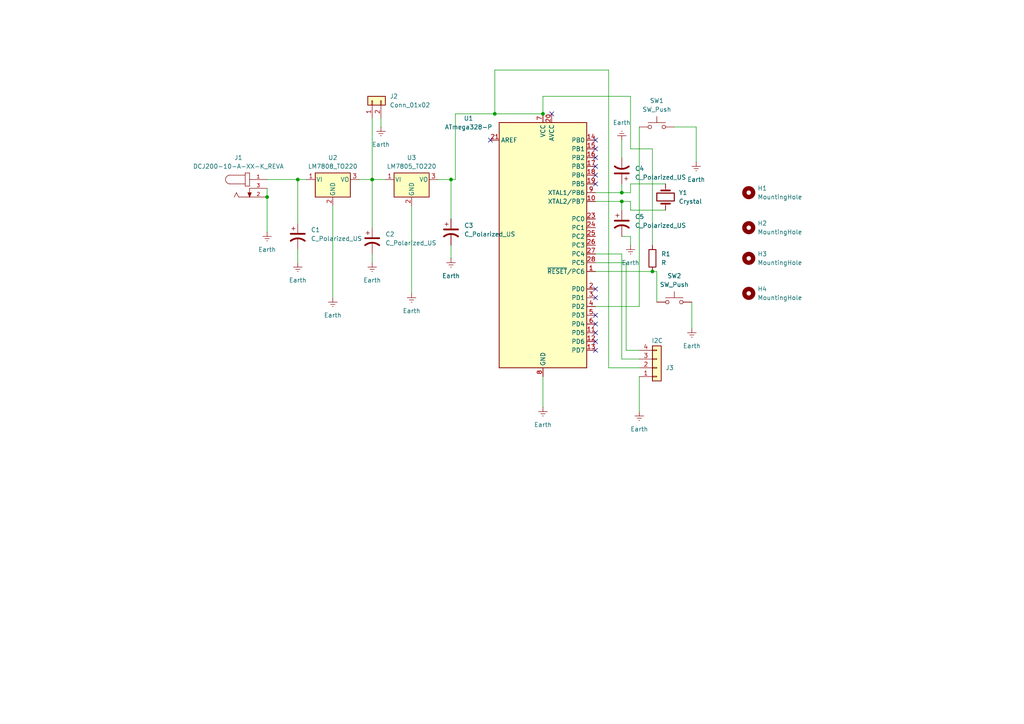
<source format=kicad_sch>
(kicad_sch
	(version 20231120)
	(generator "eeschema")
	(generator_version "8.0")
	(uuid "e947dba2-7620-4d80-9cf4-20efc55d459f")
	(paper "A4")
	(lib_symbols
		(symbol "Connector:DCJ200-10-A-XX-K_REVA"
			(pin_names
				(offset 1.016)
			)
			(exclude_from_sim no)
			(in_bom yes)
			(on_board yes)
			(property "Reference" "J"
				(at -7.6272 5.0848 0)
				(effects
					(font
						(size 1.27 1.27)
					)
					(justify left bottom)
				)
			)
			(property "Value" "DCJ200-10-A-XX-K_REVA"
				(at -7.6313 -5.0875 0)
				(effects
					(font
						(size 1.27 1.27)
					)
					(justify left bottom)
				)
			)
			(property "Footprint" "DCJ200-10-A-XX-K_REVA:GCT_DCJ200-10-A-XX-K_REVA"
				(at 0 0 0)
				(effects
					(font
						(size 1.27 1.27)
					)
					(justify bottom)
					(hide yes)
				)
			)
			(property "Datasheet" ""
				(at 0 0 0)
				(effects
					(font
						(size 1.27 1.27)
					)
					(hide yes)
				)
			)
			(property "Description" ""
				(at 0 0 0)
				(effects
					(font
						(size 1.27 1.27)
					)
					(hide yes)
				)
			)
			(property "MF" "Global Connector Technology"
				(at 0 0 0)
				(effects
					(font
						(size 1.27 1.27)
					)
					(justify bottom)
					(hide yes)
				)
			)
			(property "MAXIMUM_PACKAGE_HEIGHT" "11 mm"
				(at 0 0 0)
				(effects
					(font
						(size 1.27 1.27)
					)
					(justify bottom)
					(hide yes)
				)
			)
			(property "Package" "None"
				(at 0 0 0)
				(effects
					(font
						(size 1.27 1.27)
					)
					(justify bottom)
					(hide yes)
				)
			)
			(property "Price" "None"
				(at 0 0 0)
				(effects
					(font
						(size 1.27 1.27)
					)
					(justify bottom)
					(hide yes)
				)
			)
			(property "Check_prices" "https://www.snapeda.com/parts/DCJ200-10-A-K1-K/Global+Connector+Technology/view-part/?ref=eda"
				(at 0 0 0)
				(effects
					(font
						(size 1.27 1.27)
					)
					(justify bottom)
					(hide yes)
				)
			)
			(property "STANDARD" "Manufacturer Recommendations"
				(at 0 0 0)
				(effects
					(font
						(size 1.27 1.27)
					)
					(justify bottom)
					(hide yes)
				)
			)
			(property "PARTREV" "A"
				(at 0 0 0)
				(effects
					(font
						(size 1.27 1.27)
					)
					(justify bottom)
					(hide yes)
				)
			)
			(property "SnapEDA_Link" "https://www.snapeda.com/parts/DCJ200-10-A-K1-K/Global+Connector+Technology/view-part/?ref=snap"
				(at 0 0 0)
				(effects
					(font
						(size 1.27 1.27)
					)
					(justify bottom)
					(hide yes)
				)
			)
			(property "MP" "DCJ200-10-A-K1-K"
				(at 0 0 0)
				(effects
					(font
						(size 1.27 1.27)
					)
					(justify bottom)
					(hide yes)
				)
			)
			(property "Purchase-URL" "https://www.snapeda.com/api/url_track_click_mouser/?unipart_id=641259&manufacturer=Global Connector Technology&part_name=DCJ200-10-A-K1-K&search_term=None"
				(at 0 0 0)
				(effects
					(font
						(size 1.27 1.27)
					)
					(justify bottom)
					(hide yes)
				)
			)
			(property "Description_1" "\nPower Barrel Connector Jack 2.05mm ID (0.081), 5.50mm OD (0.217) Through Hole, Right Angle\n"
				(at 0 0 0)
				(effects
					(font
						(size 1.27 1.27)
					)
					(justify bottom)
					(hide yes)
				)
			)
			(property "MANUFACTURER" "Global Connector Technology"
				(at 0 0 0)
				(effects
					(font
						(size 1.27 1.27)
					)
					(justify bottom)
					(hide yes)
				)
			)
			(property "Availability" "In Stock"
				(at 0 0 0)
				(effects
					(font
						(size 1.27 1.27)
					)
					(justify bottom)
					(hide yes)
				)
			)
			(property "SNAPEDA_PN" "DCJ200-10-A-K1-K"
				(at 0 0 0)
				(effects
					(font
						(size 1.27 1.27)
					)
					(justify bottom)
					(hide yes)
				)
			)
			(symbol "DCJ200-10-A-XX-K_REVA_0_0"
				(arc
					(start -5.715 3.81)
					(mid -6.9794 2.54)
					(end -5.715 1.27)
					(stroke
						(width 0.1524)
						(type default)
					)
					(fill
						(type none)
					)
				)
				(polyline
					(pts
						(xy -5.715 3.81) (xy -1.27 3.81)
					)
					(stroke
						(width 0.1524)
						(type default)
					)
					(fill
						(type none)
					)
				)
				(polyline
					(pts
						(xy -3.81 -1.27) (xy -4.445 -2.54)
					)
					(stroke
						(width 0.1524)
						(type default)
					)
					(fill
						(type none)
					)
				)
				(polyline
					(pts
						(xy -3.175 -2.54) (xy -3.81 -1.27)
					)
					(stroke
						(width 0.1524)
						(type default)
					)
					(fill
						(type none)
					)
				)
				(polyline
					(pts
						(xy -1.27 0.635) (xy 0 0.635)
					)
					(stroke
						(width 0.1524)
						(type default)
					)
					(fill
						(type none)
					)
				)
				(polyline
					(pts
						(xy -1.27 1.27) (xy -5.715 1.27)
					)
					(stroke
						(width 0.1524)
						(type default)
					)
					(fill
						(type none)
					)
				)
				(polyline
					(pts
						(xy -1.27 1.27) (xy -1.27 0.635)
					)
					(stroke
						(width 0.1524)
						(type default)
					)
					(fill
						(type none)
					)
				)
				(polyline
					(pts
						(xy -1.27 3.81) (xy -1.27 1.27)
					)
					(stroke
						(width 0.1524)
						(type default)
					)
					(fill
						(type none)
					)
				)
				(polyline
					(pts
						(xy -1.27 4.445) (xy -1.27 3.81)
					)
					(stroke
						(width 0.1524)
						(type default)
					)
					(fill
						(type none)
					)
				)
				(polyline
					(pts
						(xy 0 -2.54) (xy -3.175 -2.54)
					)
					(stroke
						(width 0.1524)
						(type default)
					)
					(fill
						(type none)
					)
				)
				(polyline
					(pts
						(xy 0 0) (xy 0 -2.54)
					)
					(stroke
						(width 0.1524)
						(type default)
					)
					(fill
						(type none)
					)
				)
				(polyline
					(pts
						(xy 0 0.635) (xy 0 4.445)
					)
					(stroke
						(width 0.1524)
						(type default)
					)
					(fill
						(type none)
					)
				)
				(polyline
					(pts
						(xy 0 4.445) (xy -1.27 4.445)
					)
					(stroke
						(width 0.1524)
						(type default)
					)
					(fill
						(type none)
					)
				)
				(polyline
					(pts
						(xy 0 -2.54) (xy -0.508 -1.27) (xy 0.508 -1.27) (xy 0 -2.54)
					)
					(stroke
						(width 0.1524)
						(type default)
					)
					(fill
						(type outline)
					)
				)
				(pin passive line
					(at 5.08 2.54 180)
					(length 5.08)
					(name "~"
						(effects
							(font
								(size 1.016 1.016)
							)
						)
					)
					(number "1"
						(effects
							(font
								(size 1.016 1.016)
							)
						)
					)
				)
				(pin passive line
					(at 5.08 -2.54 180)
					(length 5.08)
					(name "~"
						(effects
							(font
								(size 1.016 1.016)
							)
						)
					)
					(number "2"
						(effects
							(font
								(size 1.016 1.016)
							)
						)
					)
				)
				(pin passive line
					(at 5.08 0 180)
					(length 5.08)
					(name "~"
						(effects
							(font
								(size 1.016 1.016)
							)
						)
					)
					(number "3"
						(effects
							(font
								(size 1.016 1.016)
							)
						)
					)
				)
			)
		)
		(symbol "Connector_Generic:Conn_01x02"
			(pin_names
				(offset 1.016) hide)
			(exclude_from_sim no)
			(in_bom yes)
			(on_board yes)
			(property "Reference" "J"
				(at 0 2.54 0)
				(effects
					(font
						(size 1.27 1.27)
					)
				)
			)
			(property "Value" "Conn_01x02"
				(at 0 -5.08 0)
				(effects
					(font
						(size 1.27 1.27)
					)
				)
			)
			(property "Footprint" ""
				(at 0 0 0)
				(effects
					(font
						(size 1.27 1.27)
					)
					(hide yes)
				)
			)
			(property "Datasheet" "~"
				(at 0 0 0)
				(effects
					(font
						(size 1.27 1.27)
					)
					(hide yes)
				)
			)
			(property "Description" "Generic connector, single row, 01x02, script generated (kicad-library-utils/schlib/autogen/connector/)"
				(at 0 0 0)
				(effects
					(font
						(size 1.27 1.27)
					)
					(hide yes)
				)
			)
			(property "ki_keywords" "connector"
				(at 0 0 0)
				(effects
					(font
						(size 1.27 1.27)
					)
					(hide yes)
				)
			)
			(property "ki_fp_filters" "Connector*:*_1x??_*"
				(at 0 0 0)
				(effects
					(font
						(size 1.27 1.27)
					)
					(hide yes)
				)
			)
			(symbol "Conn_01x02_1_1"
				(rectangle
					(start -1.27 -2.413)
					(end 0 -2.667)
					(stroke
						(width 0.1524)
						(type default)
					)
					(fill
						(type none)
					)
				)
				(rectangle
					(start -1.27 0.127)
					(end 0 -0.127)
					(stroke
						(width 0.1524)
						(type default)
					)
					(fill
						(type none)
					)
				)
				(rectangle
					(start -1.27 1.27)
					(end 1.27 -3.81)
					(stroke
						(width 0.254)
						(type default)
					)
					(fill
						(type background)
					)
				)
				(pin passive line
					(at -5.08 0 0)
					(length 3.81)
					(name "Pin_1"
						(effects
							(font
								(size 1.27 1.27)
							)
						)
					)
					(number "1"
						(effects
							(font
								(size 1.27 1.27)
							)
						)
					)
				)
				(pin passive line
					(at -5.08 -2.54 0)
					(length 3.81)
					(name "Pin_2"
						(effects
							(font
								(size 1.27 1.27)
							)
						)
					)
					(number "2"
						(effects
							(font
								(size 1.27 1.27)
							)
						)
					)
				)
			)
		)
		(symbol "Connector_Generic:Conn_01x04"
			(pin_names
				(offset 1.016) hide)
			(exclude_from_sim no)
			(in_bom yes)
			(on_board yes)
			(property "Reference" "J"
				(at 0 5.08 0)
				(effects
					(font
						(size 1.27 1.27)
					)
				)
			)
			(property "Value" "Conn_01x04"
				(at 0 -7.62 0)
				(effects
					(font
						(size 1.27 1.27)
					)
				)
			)
			(property "Footprint" ""
				(at 0 0 0)
				(effects
					(font
						(size 1.27 1.27)
					)
					(hide yes)
				)
			)
			(property "Datasheet" "~"
				(at 0 0 0)
				(effects
					(font
						(size 1.27 1.27)
					)
					(hide yes)
				)
			)
			(property "Description" "Generic connector, single row, 01x04, script generated (kicad-library-utils/schlib/autogen/connector/)"
				(at 0 0 0)
				(effects
					(font
						(size 1.27 1.27)
					)
					(hide yes)
				)
			)
			(property "ki_keywords" "connector"
				(at 0 0 0)
				(effects
					(font
						(size 1.27 1.27)
					)
					(hide yes)
				)
			)
			(property "ki_fp_filters" "Connector*:*_1x??_*"
				(at 0 0 0)
				(effects
					(font
						(size 1.27 1.27)
					)
					(hide yes)
				)
			)
			(symbol "Conn_01x04_1_1"
				(rectangle
					(start -1.27 -4.953)
					(end 0 -5.207)
					(stroke
						(width 0.1524)
						(type default)
					)
					(fill
						(type none)
					)
				)
				(rectangle
					(start -1.27 -2.413)
					(end 0 -2.667)
					(stroke
						(width 0.1524)
						(type default)
					)
					(fill
						(type none)
					)
				)
				(rectangle
					(start -1.27 0.127)
					(end 0 -0.127)
					(stroke
						(width 0.1524)
						(type default)
					)
					(fill
						(type none)
					)
				)
				(rectangle
					(start -1.27 2.667)
					(end 0 2.413)
					(stroke
						(width 0.1524)
						(type default)
					)
					(fill
						(type none)
					)
				)
				(rectangle
					(start -1.27 3.81)
					(end 1.27 -6.35)
					(stroke
						(width 0.254)
						(type default)
					)
					(fill
						(type background)
					)
				)
				(pin passive line
					(at -5.08 2.54 0)
					(length 3.81)
					(name "Pin_1"
						(effects
							(font
								(size 1.27 1.27)
							)
						)
					)
					(number "1"
						(effects
							(font
								(size 1.27 1.27)
							)
						)
					)
				)
				(pin passive line
					(at -5.08 0 0)
					(length 3.81)
					(name "Pin_2"
						(effects
							(font
								(size 1.27 1.27)
							)
						)
					)
					(number "2"
						(effects
							(font
								(size 1.27 1.27)
							)
						)
					)
				)
				(pin passive line
					(at -5.08 -2.54 0)
					(length 3.81)
					(name "Pin_3"
						(effects
							(font
								(size 1.27 1.27)
							)
						)
					)
					(number "3"
						(effects
							(font
								(size 1.27 1.27)
							)
						)
					)
				)
				(pin passive line
					(at -5.08 -5.08 0)
					(length 3.81)
					(name "Pin_4"
						(effects
							(font
								(size 1.27 1.27)
							)
						)
					)
					(number "4"
						(effects
							(font
								(size 1.27 1.27)
							)
						)
					)
				)
			)
		)
		(symbol "Device:C_Polarized_US"
			(pin_numbers hide)
			(pin_names
				(offset 0.254) hide)
			(exclude_from_sim no)
			(in_bom yes)
			(on_board yes)
			(property "Reference" "C"
				(at 0.635 2.54 0)
				(effects
					(font
						(size 1.27 1.27)
					)
					(justify left)
				)
			)
			(property "Value" "C_Polarized_US"
				(at 0.635 -2.54 0)
				(effects
					(font
						(size 1.27 1.27)
					)
					(justify left)
				)
			)
			(property "Footprint" ""
				(at 0 0 0)
				(effects
					(font
						(size 1.27 1.27)
					)
					(hide yes)
				)
			)
			(property "Datasheet" "~"
				(at 0 0 0)
				(effects
					(font
						(size 1.27 1.27)
					)
					(hide yes)
				)
			)
			(property "Description" "Polarized capacitor, US symbol"
				(at 0 0 0)
				(effects
					(font
						(size 1.27 1.27)
					)
					(hide yes)
				)
			)
			(property "ki_keywords" "cap capacitor"
				(at 0 0 0)
				(effects
					(font
						(size 1.27 1.27)
					)
					(hide yes)
				)
			)
			(property "ki_fp_filters" "CP_*"
				(at 0 0 0)
				(effects
					(font
						(size 1.27 1.27)
					)
					(hide yes)
				)
			)
			(symbol "C_Polarized_US_0_1"
				(polyline
					(pts
						(xy -2.032 0.762) (xy 2.032 0.762)
					)
					(stroke
						(width 0.508)
						(type default)
					)
					(fill
						(type none)
					)
				)
				(polyline
					(pts
						(xy -1.778 2.286) (xy -0.762 2.286)
					)
					(stroke
						(width 0)
						(type default)
					)
					(fill
						(type none)
					)
				)
				(polyline
					(pts
						(xy -1.27 1.778) (xy -1.27 2.794)
					)
					(stroke
						(width 0)
						(type default)
					)
					(fill
						(type none)
					)
				)
				(arc
					(start 2.032 -1.27)
					(mid 0 -0.5572)
					(end -2.032 -1.27)
					(stroke
						(width 0.508)
						(type default)
					)
					(fill
						(type none)
					)
				)
			)
			(symbol "C_Polarized_US_1_1"
				(pin passive line
					(at 0 3.81 270)
					(length 2.794)
					(name "~"
						(effects
							(font
								(size 1.27 1.27)
							)
						)
					)
					(number "1"
						(effects
							(font
								(size 1.27 1.27)
							)
						)
					)
				)
				(pin passive line
					(at 0 -3.81 90)
					(length 3.302)
					(name "~"
						(effects
							(font
								(size 1.27 1.27)
							)
						)
					)
					(number "2"
						(effects
							(font
								(size 1.27 1.27)
							)
						)
					)
				)
			)
		)
		(symbol "Device:Crystal"
			(pin_numbers hide)
			(pin_names
				(offset 1.016) hide)
			(exclude_from_sim no)
			(in_bom yes)
			(on_board yes)
			(property "Reference" "Y"
				(at 0 3.81 0)
				(effects
					(font
						(size 1.27 1.27)
					)
				)
			)
			(property "Value" "Crystal"
				(at 0 -3.81 0)
				(effects
					(font
						(size 1.27 1.27)
					)
				)
			)
			(property "Footprint" ""
				(at 0 0 0)
				(effects
					(font
						(size 1.27 1.27)
					)
					(hide yes)
				)
			)
			(property "Datasheet" "~"
				(at 0 0 0)
				(effects
					(font
						(size 1.27 1.27)
					)
					(hide yes)
				)
			)
			(property "Description" "Two pin crystal"
				(at 0 0 0)
				(effects
					(font
						(size 1.27 1.27)
					)
					(hide yes)
				)
			)
			(property "ki_keywords" "quartz ceramic resonator oscillator"
				(at 0 0 0)
				(effects
					(font
						(size 1.27 1.27)
					)
					(hide yes)
				)
			)
			(property "ki_fp_filters" "Crystal*"
				(at 0 0 0)
				(effects
					(font
						(size 1.27 1.27)
					)
					(hide yes)
				)
			)
			(symbol "Crystal_0_1"
				(rectangle
					(start -1.143 2.54)
					(end 1.143 -2.54)
					(stroke
						(width 0.3048)
						(type default)
					)
					(fill
						(type none)
					)
				)
				(polyline
					(pts
						(xy -2.54 0) (xy -1.905 0)
					)
					(stroke
						(width 0)
						(type default)
					)
					(fill
						(type none)
					)
				)
				(polyline
					(pts
						(xy -1.905 -1.27) (xy -1.905 1.27)
					)
					(stroke
						(width 0.508)
						(type default)
					)
					(fill
						(type none)
					)
				)
				(polyline
					(pts
						(xy 1.905 -1.27) (xy 1.905 1.27)
					)
					(stroke
						(width 0.508)
						(type default)
					)
					(fill
						(type none)
					)
				)
				(polyline
					(pts
						(xy 2.54 0) (xy 1.905 0)
					)
					(stroke
						(width 0)
						(type default)
					)
					(fill
						(type none)
					)
				)
			)
			(symbol "Crystal_1_1"
				(pin passive line
					(at -3.81 0 0)
					(length 1.27)
					(name "1"
						(effects
							(font
								(size 1.27 1.27)
							)
						)
					)
					(number "1"
						(effects
							(font
								(size 1.27 1.27)
							)
						)
					)
				)
				(pin passive line
					(at 3.81 0 180)
					(length 1.27)
					(name "2"
						(effects
							(font
								(size 1.27 1.27)
							)
						)
					)
					(number "2"
						(effects
							(font
								(size 1.27 1.27)
							)
						)
					)
				)
			)
		)
		(symbol "Device:R"
			(pin_numbers hide)
			(pin_names
				(offset 0)
			)
			(exclude_from_sim no)
			(in_bom yes)
			(on_board yes)
			(property "Reference" "R"
				(at 2.032 0 90)
				(effects
					(font
						(size 1.27 1.27)
					)
				)
			)
			(property "Value" "R"
				(at 0 0 90)
				(effects
					(font
						(size 1.27 1.27)
					)
				)
			)
			(property "Footprint" ""
				(at -1.778 0 90)
				(effects
					(font
						(size 1.27 1.27)
					)
					(hide yes)
				)
			)
			(property "Datasheet" "~"
				(at 0 0 0)
				(effects
					(font
						(size 1.27 1.27)
					)
					(hide yes)
				)
			)
			(property "Description" "Resistor"
				(at 0 0 0)
				(effects
					(font
						(size 1.27 1.27)
					)
					(hide yes)
				)
			)
			(property "ki_keywords" "R res resistor"
				(at 0 0 0)
				(effects
					(font
						(size 1.27 1.27)
					)
					(hide yes)
				)
			)
			(property "ki_fp_filters" "R_*"
				(at 0 0 0)
				(effects
					(font
						(size 1.27 1.27)
					)
					(hide yes)
				)
			)
			(symbol "R_0_1"
				(rectangle
					(start -1.016 -2.54)
					(end 1.016 2.54)
					(stroke
						(width 0.254)
						(type default)
					)
					(fill
						(type none)
					)
				)
			)
			(symbol "R_1_1"
				(pin passive line
					(at 0 3.81 270)
					(length 1.27)
					(name "~"
						(effects
							(font
								(size 1.27 1.27)
							)
						)
					)
					(number "1"
						(effects
							(font
								(size 1.27 1.27)
							)
						)
					)
				)
				(pin passive line
					(at 0 -3.81 90)
					(length 1.27)
					(name "~"
						(effects
							(font
								(size 1.27 1.27)
							)
						)
					)
					(number "2"
						(effects
							(font
								(size 1.27 1.27)
							)
						)
					)
				)
			)
		)
		(symbol "MCU_Microchip_ATmega:ATmega328-P"
			(exclude_from_sim no)
			(in_bom yes)
			(on_board yes)
			(property "Reference" "U"
				(at -12.7 36.83 0)
				(effects
					(font
						(size 1.27 1.27)
					)
					(justify left bottom)
				)
			)
			(property "Value" "ATmega328-P"
				(at 2.54 -36.83 0)
				(effects
					(font
						(size 1.27 1.27)
					)
					(justify left top)
				)
			)
			(property "Footprint" "Package_DIP:DIP-28_W7.62mm"
				(at 0 0 0)
				(effects
					(font
						(size 1.27 1.27)
						(italic yes)
					)
					(hide yes)
				)
			)
			(property "Datasheet" "http://ww1.microchip.com/downloads/en/DeviceDoc/ATmega328_P%20AVR%20MCU%20with%20picoPower%20Technology%20Data%20Sheet%2040001984A.pdf"
				(at 0 0 0)
				(effects
					(font
						(size 1.27 1.27)
					)
					(hide yes)
				)
			)
			(property "Description" "20MHz, 32kB Flash, 2kB SRAM, 1kB EEPROM, DIP-28"
				(at 0 0 0)
				(effects
					(font
						(size 1.27 1.27)
					)
					(hide yes)
				)
			)
			(property "ki_keywords" "AVR 8bit Microcontroller MegaAVR"
				(at 0 0 0)
				(effects
					(font
						(size 1.27 1.27)
					)
					(hide yes)
				)
			)
			(property "ki_fp_filters" "DIP*W7.62mm*"
				(at 0 0 0)
				(effects
					(font
						(size 1.27 1.27)
					)
					(hide yes)
				)
			)
			(symbol "ATmega328-P_0_1"
				(rectangle
					(start -12.7 -35.56)
					(end 12.7 35.56)
					(stroke
						(width 0.254)
						(type default)
					)
					(fill
						(type background)
					)
				)
			)
			(symbol "ATmega328-P_1_1"
				(pin bidirectional line
					(at 15.24 -7.62 180)
					(length 2.54)
					(name "~{RESET}/PC6"
						(effects
							(font
								(size 1.27 1.27)
							)
						)
					)
					(number "1"
						(effects
							(font
								(size 1.27 1.27)
							)
						)
					)
				)
				(pin bidirectional line
					(at 15.24 12.7 180)
					(length 2.54)
					(name "XTAL2/PB7"
						(effects
							(font
								(size 1.27 1.27)
							)
						)
					)
					(number "10"
						(effects
							(font
								(size 1.27 1.27)
							)
						)
					)
				)
				(pin bidirectional line
					(at 15.24 -25.4 180)
					(length 2.54)
					(name "PD5"
						(effects
							(font
								(size 1.27 1.27)
							)
						)
					)
					(number "11"
						(effects
							(font
								(size 1.27 1.27)
							)
						)
					)
				)
				(pin bidirectional line
					(at 15.24 -27.94 180)
					(length 2.54)
					(name "PD6"
						(effects
							(font
								(size 1.27 1.27)
							)
						)
					)
					(number "12"
						(effects
							(font
								(size 1.27 1.27)
							)
						)
					)
				)
				(pin bidirectional line
					(at 15.24 -30.48 180)
					(length 2.54)
					(name "PD7"
						(effects
							(font
								(size 1.27 1.27)
							)
						)
					)
					(number "13"
						(effects
							(font
								(size 1.27 1.27)
							)
						)
					)
				)
				(pin bidirectional line
					(at 15.24 30.48 180)
					(length 2.54)
					(name "PB0"
						(effects
							(font
								(size 1.27 1.27)
							)
						)
					)
					(number "14"
						(effects
							(font
								(size 1.27 1.27)
							)
						)
					)
				)
				(pin bidirectional line
					(at 15.24 27.94 180)
					(length 2.54)
					(name "PB1"
						(effects
							(font
								(size 1.27 1.27)
							)
						)
					)
					(number "15"
						(effects
							(font
								(size 1.27 1.27)
							)
						)
					)
				)
				(pin bidirectional line
					(at 15.24 25.4 180)
					(length 2.54)
					(name "PB2"
						(effects
							(font
								(size 1.27 1.27)
							)
						)
					)
					(number "16"
						(effects
							(font
								(size 1.27 1.27)
							)
						)
					)
				)
				(pin bidirectional line
					(at 15.24 22.86 180)
					(length 2.54)
					(name "PB3"
						(effects
							(font
								(size 1.27 1.27)
							)
						)
					)
					(number "17"
						(effects
							(font
								(size 1.27 1.27)
							)
						)
					)
				)
				(pin bidirectional line
					(at 15.24 20.32 180)
					(length 2.54)
					(name "PB4"
						(effects
							(font
								(size 1.27 1.27)
							)
						)
					)
					(number "18"
						(effects
							(font
								(size 1.27 1.27)
							)
						)
					)
				)
				(pin bidirectional line
					(at 15.24 17.78 180)
					(length 2.54)
					(name "PB5"
						(effects
							(font
								(size 1.27 1.27)
							)
						)
					)
					(number "19"
						(effects
							(font
								(size 1.27 1.27)
							)
						)
					)
				)
				(pin bidirectional line
					(at 15.24 -12.7 180)
					(length 2.54)
					(name "PD0"
						(effects
							(font
								(size 1.27 1.27)
							)
						)
					)
					(number "2"
						(effects
							(font
								(size 1.27 1.27)
							)
						)
					)
				)
				(pin power_in line
					(at 2.54 38.1 270)
					(length 2.54)
					(name "AVCC"
						(effects
							(font
								(size 1.27 1.27)
							)
						)
					)
					(number "20"
						(effects
							(font
								(size 1.27 1.27)
							)
						)
					)
				)
				(pin passive line
					(at -15.24 30.48 0)
					(length 2.54)
					(name "AREF"
						(effects
							(font
								(size 1.27 1.27)
							)
						)
					)
					(number "21"
						(effects
							(font
								(size 1.27 1.27)
							)
						)
					)
				)
				(pin passive line
					(at 0 -38.1 90)
					(length 2.54) hide
					(name "GND"
						(effects
							(font
								(size 1.27 1.27)
							)
						)
					)
					(number "22"
						(effects
							(font
								(size 1.27 1.27)
							)
						)
					)
				)
				(pin bidirectional line
					(at 15.24 7.62 180)
					(length 2.54)
					(name "PC0"
						(effects
							(font
								(size 1.27 1.27)
							)
						)
					)
					(number "23"
						(effects
							(font
								(size 1.27 1.27)
							)
						)
					)
				)
				(pin bidirectional line
					(at 15.24 5.08 180)
					(length 2.54)
					(name "PC1"
						(effects
							(font
								(size 1.27 1.27)
							)
						)
					)
					(number "24"
						(effects
							(font
								(size 1.27 1.27)
							)
						)
					)
				)
				(pin bidirectional line
					(at 15.24 2.54 180)
					(length 2.54)
					(name "PC2"
						(effects
							(font
								(size 1.27 1.27)
							)
						)
					)
					(number "25"
						(effects
							(font
								(size 1.27 1.27)
							)
						)
					)
				)
				(pin bidirectional line
					(at 15.24 0 180)
					(length 2.54)
					(name "PC3"
						(effects
							(font
								(size 1.27 1.27)
							)
						)
					)
					(number "26"
						(effects
							(font
								(size 1.27 1.27)
							)
						)
					)
				)
				(pin bidirectional line
					(at 15.24 -2.54 180)
					(length 2.54)
					(name "PC4"
						(effects
							(font
								(size 1.27 1.27)
							)
						)
					)
					(number "27"
						(effects
							(font
								(size 1.27 1.27)
							)
						)
					)
				)
				(pin bidirectional line
					(at 15.24 -5.08 180)
					(length 2.54)
					(name "PC5"
						(effects
							(font
								(size 1.27 1.27)
							)
						)
					)
					(number "28"
						(effects
							(font
								(size 1.27 1.27)
							)
						)
					)
				)
				(pin bidirectional line
					(at 15.24 -15.24 180)
					(length 2.54)
					(name "PD1"
						(effects
							(font
								(size 1.27 1.27)
							)
						)
					)
					(number "3"
						(effects
							(font
								(size 1.27 1.27)
							)
						)
					)
				)
				(pin bidirectional line
					(at 15.24 -17.78 180)
					(length 2.54)
					(name "PD2"
						(effects
							(font
								(size 1.27 1.27)
							)
						)
					)
					(number "4"
						(effects
							(font
								(size 1.27 1.27)
							)
						)
					)
				)
				(pin bidirectional line
					(at 15.24 -20.32 180)
					(length 2.54)
					(name "PD3"
						(effects
							(font
								(size 1.27 1.27)
							)
						)
					)
					(number "5"
						(effects
							(font
								(size 1.27 1.27)
							)
						)
					)
				)
				(pin bidirectional line
					(at 15.24 -22.86 180)
					(length 2.54)
					(name "PD4"
						(effects
							(font
								(size 1.27 1.27)
							)
						)
					)
					(number "6"
						(effects
							(font
								(size 1.27 1.27)
							)
						)
					)
				)
				(pin power_in line
					(at 0 38.1 270)
					(length 2.54)
					(name "VCC"
						(effects
							(font
								(size 1.27 1.27)
							)
						)
					)
					(number "7"
						(effects
							(font
								(size 1.27 1.27)
							)
						)
					)
				)
				(pin power_in line
					(at 0 -38.1 90)
					(length 2.54)
					(name "GND"
						(effects
							(font
								(size 1.27 1.27)
							)
						)
					)
					(number "8"
						(effects
							(font
								(size 1.27 1.27)
							)
						)
					)
				)
				(pin bidirectional line
					(at 15.24 15.24 180)
					(length 2.54)
					(name "XTAL1/PB6"
						(effects
							(font
								(size 1.27 1.27)
							)
						)
					)
					(number "9"
						(effects
							(font
								(size 1.27 1.27)
							)
						)
					)
				)
			)
		)
		(symbol "Mechanical:MountingHole"
			(pin_names
				(offset 1.016)
			)
			(exclude_from_sim yes)
			(in_bom no)
			(on_board yes)
			(property "Reference" "H"
				(at 0 5.08 0)
				(effects
					(font
						(size 1.27 1.27)
					)
				)
			)
			(property "Value" "MountingHole"
				(at 0 3.175 0)
				(effects
					(font
						(size 1.27 1.27)
					)
				)
			)
			(property "Footprint" ""
				(at 0 0 0)
				(effects
					(font
						(size 1.27 1.27)
					)
					(hide yes)
				)
			)
			(property "Datasheet" "~"
				(at 0 0 0)
				(effects
					(font
						(size 1.27 1.27)
					)
					(hide yes)
				)
			)
			(property "Description" "Mounting Hole without connection"
				(at 0 0 0)
				(effects
					(font
						(size 1.27 1.27)
					)
					(hide yes)
				)
			)
			(property "ki_keywords" "mounting hole"
				(at 0 0 0)
				(effects
					(font
						(size 1.27 1.27)
					)
					(hide yes)
				)
			)
			(property "ki_fp_filters" "MountingHole*"
				(at 0 0 0)
				(effects
					(font
						(size 1.27 1.27)
					)
					(hide yes)
				)
			)
			(symbol "MountingHole_0_1"
				(circle
					(center 0 0)
					(radius 1.27)
					(stroke
						(width 1.27)
						(type default)
					)
					(fill
						(type none)
					)
				)
			)
		)
		(symbol "Regulator_Linear:LM7805_TO220"
			(pin_names
				(offset 0.254)
			)
			(exclude_from_sim no)
			(in_bom yes)
			(on_board yes)
			(property "Reference" "U"
				(at -3.81 3.175 0)
				(effects
					(font
						(size 1.27 1.27)
					)
				)
			)
			(property "Value" "LM7805_TO220"
				(at 0 3.175 0)
				(effects
					(font
						(size 1.27 1.27)
					)
					(justify left)
				)
			)
			(property "Footprint" "Package_TO_SOT_THT:TO-220-3_Vertical"
				(at 0 5.715 0)
				(effects
					(font
						(size 1.27 1.27)
						(italic yes)
					)
					(hide yes)
				)
			)
			(property "Datasheet" "https://www.onsemi.cn/PowerSolutions/document/MC7800-D.PDF"
				(at 0 -1.27 0)
				(effects
					(font
						(size 1.27 1.27)
					)
					(hide yes)
				)
			)
			(property "Description" "Positive 1A 35V Linear Regulator, Fixed Output 5V, TO-220"
				(at 0 0 0)
				(effects
					(font
						(size 1.27 1.27)
					)
					(hide yes)
				)
			)
			(property "ki_keywords" "Voltage Regulator 1A Positive"
				(at 0 0 0)
				(effects
					(font
						(size 1.27 1.27)
					)
					(hide yes)
				)
			)
			(property "ki_fp_filters" "TO?220*"
				(at 0 0 0)
				(effects
					(font
						(size 1.27 1.27)
					)
					(hide yes)
				)
			)
			(symbol "LM7805_TO220_0_1"
				(rectangle
					(start -5.08 1.905)
					(end 5.08 -5.08)
					(stroke
						(width 0.254)
						(type default)
					)
					(fill
						(type background)
					)
				)
			)
			(symbol "LM7805_TO220_1_1"
				(pin power_in line
					(at -7.62 0 0)
					(length 2.54)
					(name "VI"
						(effects
							(font
								(size 1.27 1.27)
							)
						)
					)
					(number "1"
						(effects
							(font
								(size 1.27 1.27)
							)
						)
					)
				)
				(pin power_in line
					(at 0 -7.62 90)
					(length 2.54)
					(name "GND"
						(effects
							(font
								(size 1.27 1.27)
							)
						)
					)
					(number "2"
						(effects
							(font
								(size 1.27 1.27)
							)
						)
					)
				)
				(pin power_out line
					(at 7.62 0 180)
					(length 2.54)
					(name "VO"
						(effects
							(font
								(size 1.27 1.27)
							)
						)
					)
					(number "3"
						(effects
							(font
								(size 1.27 1.27)
							)
						)
					)
				)
			)
		)
		(symbol "Regulator_Linear:LM7808_TO220"
			(pin_names
				(offset 0.254)
			)
			(exclude_from_sim no)
			(in_bom yes)
			(on_board yes)
			(property "Reference" "U"
				(at -3.81 3.175 0)
				(effects
					(font
						(size 1.27 1.27)
					)
				)
			)
			(property "Value" "LM7808_TO220"
				(at 0 3.175 0)
				(effects
					(font
						(size 1.27 1.27)
					)
					(justify left)
				)
			)
			(property "Footprint" "Package_TO_SOT_THT:TO-220-3_Vertical"
				(at 0 5.715 0)
				(effects
					(font
						(size 1.27 1.27)
						(italic yes)
					)
					(hide yes)
				)
			)
			(property "Datasheet" "https://www.onsemi.cn/PowerSolutions/document/MC7800-D.PDF"
				(at 0 -1.27 0)
				(effects
					(font
						(size 1.27 1.27)
					)
					(hide yes)
				)
			)
			(property "Description" "Positive 1A 35V Linear Regulator, Fixed Output 8V, TO-220"
				(at 0 0 0)
				(effects
					(font
						(size 1.27 1.27)
					)
					(hide yes)
				)
			)
			(property "ki_keywords" "Voltage Regulator 1A Positive"
				(at 0 0 0)
				(effects
					(font
						(size 1.27 1.27)
					)
					(hide yes)
				)
			)
			(property "ki_fp_filters" "TO?220*"
				(at 0 0 0)
				(effects
					(font
						(size 1.27 1.27)
					)
					(hide yes)
				)
			)
			(symbol "LM7808_TO220_0_1"
				(rectangle
					(start -5.08 1.905)
					(end 5.08 -5.08)
					(stroke
						(width 0.254)
						(type default)
					)
					(fill
						(type background)
					)
				)
			)
			(symbol "LM7808_TO220_1_1"
				(pin power_in line
					(at -7.62 0 0)
					(length 2.54)
					(name "VI"
						(effects
							(font
								(size 1.27 1.27)
							)
						)
					)
					(number "1"
						(effects
							(font
								(size 1.27 1.27)
							)
						)
					)
				)
				(pin power_in line
					(at 0 -7.62 90)
					(length 2.54)
					(name "GND"
						(effects
							(font
								(size 1.27 1.27)
							)
						)
					)
					(number "2"
						(effects
							(font
								(size 1.27 1.27)
							)
						)
					)
				)
				(pin power_out line
					(at 7.62 0 180)
					(length 2.54)
					(name "VO"
						(effects
							(font
								(size 1.27 1.27)
							)
						)
					)
					(number "3"
						(effects
							(font
								(size 1.27 1.27)
							)
						)
					)
				)
			)
		)
		(symbol "Switch:SW_Push"
			(pin_numbers hide)
			(pin_names
				(offset 1.016) hide)
			(exclude_from_sim no)
			(in_bom yes)
			(on_board yes)
			(property "Reference" "SW"
				(at 1.27 2.54 0)
				(effects
					(font
						(size 1.27 1.27)
					)
					(justify left)
				)
			)
			(property "Value" "SW_Push"
				(at 0 -1.524 0)
				(effects
					(font
						(size 1.27 1.27)
					)
				)
			)
			(property "Footprint" ""
				(at 0 5.08 0)
				(effects
					(font
						(size 1.27 1.27)
					)
					(hide yes)
				)
			)
			(property "Datasheet" "~"
				(at 0 5.08 0)
				(effects
					(font
						(size 1.27 1.27)
					)
					(hide yes)
				)
			)
			(property "Description" "Push button switch, generic, two pins"
				(at 0 0 0)
				(effects
					(font
						(size 1.27 1.27)
					)
					(hide yes)
				)
			)
			(property "ki_keywords" "switch normally-open pushbutton push-button"
				(at 0 0 0)
				(effects
					(font
						(size 1.27 1.27)
					)
					(hide yes)
				)
			)
			(symbol "SW_Push_0_1"
				(circle
					(center -2.032 0)
					(radius 0.508)
					(stroke
						(width 0)
						(type default)
					)
					(fill
						(type none)
					)
				)
				(polyline
					(pts
						(xy 0 1.27) (xy 0 3.048)
					)
					(stroke
						(width 0)
						(type default)
					)
					(fill
						(type none)
					)
				)
				(polyline
					(pts
						(xy 2.54 1.27) (xy -2.54 1.27)
					)
					(stroke
						(width 0)
						(type default)
					)
					(fill
						(type none)
					)
				)
				(circle
					(center 2.032 0)
					(radius 0.508)
					(stroke
						(width 0)
						(type default)
					)
					(fill
						(type none)
					)
				)
				(pin passive line
					(at -5.08 0 0)
					(length 2.54)
					(name "1"
						(effects
							(font
								(size 1.27 1.27)
							)
						)
					)
					(number "1"
						(effects
							(font
								(size 1.27 1.27)
							)
						)
					)
				)
				(pin passive line
					(at 5.08 0 180)
					(length 2.54)
					(name "2"
						(effects
							(font
								(size 1.27 1.27)
							)
						)
					)
					(number "2"
						(effects
							(font
								(size 1.27 1.27)
							)
						)
					)
				)
			)
		)
		(symbol "power:Earth"
			(power)
			(pin_numbers hide)
			(pin_names
				(offset 0) hide)
			(exclude_from_sim no)
			(in_bom yes)
			(on_board yes)
			(property "Reference" "#PWR"
				(at 0 -6.35 0)
				(effects
					(font
						(size 1.27 1.27)
					)
					(hide yes)
				)
			)
			(property "Value" "Earth"
				(at 0 -3.81 0)
				(effects
					(font
						(size 1.27 1.27)
					)
				)
			)
			(property "Footprint" ""
				(at 0 0 0)
				(effects
					(font
						(size 1.27 1.27)
					)
					(hide yes)
				)
			)
			(property "Datasheet" "~"
				(at 0 0 0)
				(effects
					(font
						(size 1.27 1.27)
					)
					(hide yes)
				)
			)
			(property "Description" "Power symbol creates a global label with name \"Earth\""
				(at 0 0 0)
				(effects
					(font
						(size 1.27 1.27)
					)
					(hide yes)
				)
			)
			(property "ki_keywords" "global ground gnd"
				(at 0 0 0)
				(effects
					(font
						(size 1.27 1.27)
					)
					(hide yes)
				)
			)
			(symbol "Earth_0_1"
				(polyline
					(pts
						(xy -0.635 -1.905) (xy 0.635 -1.905)
					)
					(stroke
						(width 0)
						(type default)
					)
					(fill
						(type none)
					)
				)
				(polyline
					(pts
						(xy -0.127 -2.54) (xy 0.127 -2.54)
					)
					(stroke
						(width 0)
						(type default)
					)
					(fill
						(type none)
					)
				)
				(polyline
					(pts
						(xy 0 -1.27) (xy 0 0)
					)
					(stroke
						(width 0)
						(type default)
					)
					(fill
						(type none)
					)
				)
				(polyline
					(pts
						(xy 1.27 -1.27) (xy -1.27 -1.27)
					)
					(stroke
						(width 0)
						(type default)
					)
					(fill
						(type none)
					)
				)
			)
			(symbol "Earth_1_1"
				(pin power_in line
					(at 0 0 270)
					(length 0)
					(name "~"
						(effects
							(font
								(size 1.27 1.27)
							)
						)
					)
					(number "1"
						(effects
							(font
								(size 1.27 1.27)
							)
						)
					)
				)
			)
		)
	)
	(junction
		(at 130.81 52.07)
		(diameter 0)
		(color 0 0 0 0)
		(uuid "09058754-5054-40d6-9b4f-3a197bc97736")
	)
	(junction
		(at 77.47 57.15)
		(diameter 0)
		(color 0 0 0 0)
		(uuid "2dd54d2f-bf98-4783-bf5e-acbaef3154d5")
	)
	(junction
		(at 180.34 58.42)
		(diameter 0)
		(color 0 0 0 0)
		(uuid "60a8db90-0bee-4af4-ae0b-bc6bd10f6d8a")
	)
	(junction
		(at 143.51 33.02)
		(diameter 0)
		(color 0 0 0 0)
		(uuid "62e94727-39a5-4619-9abb-3c10938b79ac")
	)
	(junction
		(at 107.95 52.07)
		(diameter 0)
		(color 0 0 0 0)
		(uuid "a043d0a9-e611-4627-94b5-4cd2c3379acc")
	)
	(junction
		(at 157.48 33.02)
		(diameter 0)
		(color 0 0 0 0)
		(uuid "b441e37e-442e-4b13-b797-c923b96633a2")
	)
	(junction
		(at 180.34 55.88)
		(diameter 0)
		(color 0 0 0 0)
		(uuid "c0c1ac86-f70c-4eb3-b0b4-58b7d808de5a")
	)
	(junction
		(at 86.36 52.07)
		(diameter 0)
		(color 0 0 0 0)
		(uuid "c802f1ae-9fda-401c-a54c-65a2178248ba")
	)
	(junction
		(at 189.23 78.74)
		(diameter 0)
		(color 0 0 0 0)
		(uuid "cbce6247-9492-4857-8ff9-f4a3eafe7976")
	)
	(no_connect
		(at 172.72 83.82)
		(uuid "123f1795-1c63-4226-abc9-5e3278b1b570")
	)
	(no_connect
		(at 172.72 101.6)
		(uuid "15f0f72f-2af7-4b62-8031-d7d7246e2ace")
	)
	(no_connect
		(at 172.72 45.72)
		(uuid "2b45525f-c6f5-4e84-b5ba-ab87dca3fa0d")
	)
	(no_connect
		(at 142.24 40.64)
		(uuid "3792fe4d-d162-4211-a896-731d3d053dc5")
	)
	(no_connect
		(at 160.02 33.02)
		(uuid "49060fa4-ecd2-4338-a7f5-54ff821cbd8a")
	)
	(no_connect
		(at 172.72 93.98)
		(uuid "4d98cf03-d7f9-4a5b-9615-ce8e1de3c6bf")
	)
	(no_connect
		(at 172.72 53.34)
		(uuid "5cd5c644-b5d9-4af2-b694-3dd6e5c56e9c")
	)
	(no_connect
		(at 172.72 91.44)
		(uuid "5e5f6fce-3b6c-40e6-b9ca-f8be3be0dc95")
	)
	(no_connect
		(at 172.72 40.64)
		(uuid "6821211f-c7f1-41c5-9ceb-bbb562aa3c46")
	)
	(no_connect
		(at 172.72 96.52)
		(uuid "7888ed3f-d4e5-404b-9b67-f90270437d46")
	)
	(no_connect
		(at 172.72 86.36)
		(uuid "9ab93511-5fc0-4a08-b78a-f6c64d160873")
	)
	(no_connect
		(at 172.72 99.06)
		(uuid "bb8ad4a2-62f6-402b-ae11-9b64196a0a8d")
	)
	(no_connect
		(at 172.72 48.26)
		(uuid "bdd12412-8648-44f1-ab15-b41fed7edeb1")
	)
	(no_connect
		(at 172.72 43.18)
		(uuid "cd3f806b-dadf-420f-882d-c2487562ed67")
	)
	(no_connect
		(at 172.72 50.8)
		(uuid "e868e9ed-5db3-4750-bc67-7aa668f39d90")
	)
	(wire
		(pts
			(xy 189.23 78.74) (xy 190.5 78.74)
		)
		(stroke
			(width 0)
			(type default)
		)
		(uuid "00b7fd4a-cb87-4bb7-a095-eb0bfdc362be")
	)
	(wire
		(pts
			(xy 107.95 52.07) (xy 107.95 66.04)
		)
		(stroke
			(width 0)
			(type default)
		)
		(uuid "09ab5eb8-2df6-45d8-be62-9ca3ce057bf5")
	)
	(wire
		(pts
			(xy 143.51 33.02) (xy 157.48 33.02)
		)
		(stroke
			(width 0)
			(type default)
		)
		(uuid "0b889533-d6a5-42b7-ac91-c80e8ea3e75c")
	)
	(wire
		(pts
			(xy 182.88 68.58) (xy 182.88 71.12)
		)
		(stroke
			(width 0)
			(type default)
		)
		(uuid "0defa95c-fc5d-4eaa-8b3f-95b10a167935")
	)
	(wire
		(pts
			(xy 110.49 34.29) (xy 110.49 36.83)
		)
		(stroke
			(width 0)
			(type default)
		)
		(uuid "2050c20c-efbd-4d9a-b678-7978856b0c2a")
	)
	(wire
		(pts
			(xy 172.72 58.42) (xy 180.34 58.42)
		)
		(stroke
			(width 0)
			(type default)
		)
		(uuid "22fd6693-e6aa-4e90-a57f-0e4c0ccd8383")
	)
	(wire
		(pts
			(xy 176.53 20.32) (xy 143.51 20.32)
		)
		(stroke
			(width 0)
			(type default)
		)
		(uuid "2682f6c1-248f-4486-af94-b6af81011b7a")
	)
	(wire
		(pts
			(xy 127 52.07) (xy 130.81 52.07)
		)
		(stroke
			(width 0)
			(type default)
		)
		(uuid "2897511d-364f-43f2-8bb9-72b60289d4d1")
	)
	(wire
		(pts
			(xy 107.95 73.66) (xy 107.95 76.2)
		)
		(stroke
			(width 0)
			(type default)
		)
		(uuid "2a74cddc-475b-49e2-8faa-7fb17a97bf7f")
	)
	(wire
		(pts
			(xy 180.34 58.42) (xy 180.34 60.96)
		)
		(stroke
			(width 0)
			(type default)
		)
		(uuid "2c04a412-2ad6-45c6-9ef7-104af551ba58")
	)
	(wire
		(pts
			(xy 130.81 52.07) (xy 130.81 63.5)
		)
		(stroke
			(width 0)
			(type default)
		)
		(uuid "2cc7064f-5e71-44ad-924f-bdaeaffa0504")
	)
	(wire
		(pts
			(xy 185.42 88.9) (xy 185.42 36.83)
		)
		(stroke
			(width 0)
			(type default)
		)
		(uuid "31c1ea25-835b-4a6b-92ea-ca65ac9f32d1")
	)
	(wire
		(pts
			(xy 157.48 27.94) (xy 157.48 33.02)
		)
		(stroke
			(width 0)
			(type default)
		)
		(uuid "37412ae6-e444-4756-a6e7-80f5e9767573")
	)
	(wire
		(pts
			(xy 200.66 87.63) (xy 200.66 95.25)
		)
		(stroke
			(width 0)
			(type default)
		)
		(uuid "42cd9c97-6034-436b-bd5c-8eb5203d9f0d")
	)
	(wire
		(pts
			(xy 185.42 104.14) (xy 180.34 104.14)
		)
		(stroke
			(width 0)
			(type default)
		)
		(uuid "4740e65f-a036-4c4c-83cd-6ed270ff3302")
	)
	(wire
		(pts
			(xy 132.08 33.02) (xy 143.51 33.02)
		)
		(stroke
			(width 0)
			(type default)
		)
		(uuid "4dff2021-654e-4631-83bd-26bb253c7e5e")
	)
	(wire
		(pts
			(xy 182.88 58.42) (xy 182.88 60.96)
		)
		(stroke
			(width 0)
			(type default)
		)
		(uuid "4faa2f97-2bea-4b11-8b6d-9c7a85c0ced3")
	)
	(wire
		(pts
			(xy 172.72 88.9) (xy 185.42 88.9)
		)
		(stroke
			(width 0)
			(type default)
		)
		(uuid "52d12485-a427-4273-ba46-f30c1f060c92")
	)
	(wire
		(pts
			(xy 77.47 57.15) (xy 77.47 67.31)
		)
		(stroke
			(width 0)
			(type default)
		)
		(uuid "539862ad-e675-423a-9cb0-7bf1672d9ccc")
	)
	(wire
		(pts
			(xy 132.08 52.07) (xy 132.08 33.02)
		)
		(stroke
			(width 0)
			(type default)
		)
		(uuid "5b3e23bd-a54c-4df7-819d-82f76cdaa6d8")
	)
	(wire
		(pts
			(xy 77.47 54.61) (xy 77.47 57.15)
		)
		(stroke
			(width 0)
			(type default)
		)
		(uuid "5fa662c8-afeb-4716-9c37-96307ebf3c73")
	)
	(wire
		(pts
			(xy 182.88 53.34) (xy 193.04 53.34)
		)
		(stroke
			(width 0)
			(type default)
		)
		(uuid "5fe3a0ab-8faf-42fd-ae95-532f3088c82d")
	)
	(wire
		(pts
			(xy 181.61 76.2) (xy 172.72 76.2)
		)
		(stroke
			(width 0)
			(type default)
		)
		(uuid "64ddc295-d007-4ac6-bcd6-c0370433683a")
	)
	(wire
		(pts
			(xy 180.34 55.88) (xy 182.88 55.88)
		)
		(stroke
			(width 0)
			(type default)
		)
		(uuid "64df2a67-8b78-478e-94e8-894ea40c184d")
	)
	(wire
		(pts
			(xy 180.34 68.58) (xy 182.88 68.58)
		)
		(stroke
			(width 0)
			(type default)
		)
		(uuid "68315b1e-41fb-4a1e-b167-950634e79b8e")
	)
	(wire
		(pts
			(xy 185.42 106.68) (xy 176.53 106.68)
		)
		(stroke
			(width 0)
			(type default)
		)
		(uuid "68d95adc-5b55-412a-84a9-35ccdffb32ef")
	)
	(wire
		(pts
			(xy 143.51 20.32) (xy 143.51 33.02)
		)
		(stroke
			(width 0)
			(type default)
		)
		(uuid "6a9ec2d4-cf6d-4f45-acd7-7f253d9ae570")
	)
	(wire
		(pts
			(xy 182.88 60.96) (xy 193.04 60.96)
		)
		(stroke
			(width 0)
			(type default)
		)
		(uuid "6cbb0d7c-1e9d-4074-99e4-b528c75daf03")
	)
	(wire
		(pts
			(xy 107.95 34.29) (xy 107.95 52.07)
		)
		(stroke
			(width 0)
			(type default)
		)
		(uuid "741c63a0-e3b5-4088-a052-f0827c983d25")
	)
	(wire
		(pts
			(xy 176.53 20.32) (xy 176.53 106.68)
		)
		(stroke
			(width 0)
			(type default)
		)
		(uuid "75c1ae6c-6feb-4d3f-8bae-5f1777ced445")
	)
	(wire
		(pts
			(xy 189.23 71.12) (xy 189.23 43.18)
		)
		(stroke
			(width 0)
			(type default)
		)
		(uuid "7f38bcb9-1b21-4d2d-a1a6-a1d531c457b9")
	)
	(wire
		(pts
			(xy 182.88 43.18) (xy 182.88 27.94)
		)
		(stroke
			(width 0)
			(type default)
		)
		(uuid "80107555-8e75-47a3-9094-e80d77139f0a")
	)
	(wire
		(pts
			(xy 181.61 101.6) (xy 181.61 76.2)
		)
		(stroke
			(width 0)
			(type default)
		)
		(uuid "805779db-610f-4e4b-b63c-a7d152483b69")
	)
	(wire
		(pts
			(xy 190.5 78.74) (xy 190.5 87.63)
		)
		(stroke
			(width 0)
			(type default)
		)
		(uuid "8358deb1-67ab-4a2e-ad5e-2cd37f9a60a2")
	)
	(wire
		(pts
			(xy 185.42 109.22) (xy 185.42 119.38)
		)
		(stroke
			(width 0)
			(type default)
		)
		(uuid "8eb7f26b-c021-4648-b0d6-734dbb38f4b1")
	)
	(wire
		(pts
			(xy 119.38 85.09) (xy 119.38 59.69)
		)
		(stroke
			(width 0)
			(type default)
		)
		(uuid "90b590e5-546e-4f76-83ed-ce1eafe4c797")
	)
	(wire
		(pts
			(xy 180.34 58.42) (xy 182.88 58.42)
		)
		(stroke
			(width 0)
			(type default)
		)
		(uuid "91a6fe91-7af7-43d8-89db-fb3307b7b3fd")
	)
	(wire
		(pts
			(xy 172.72 78.74) (xy 189.23 78.74)
		)
		(stroke
			(width 0)
			(type default)
		)
		(uuid "93bbb460-9c08-4bbc-bd1d-e69c7a573654")
	)
	(wire
		(pts
			(xy 182.88 55.88) (xy 182.88 53.34)
		)
		(stroke
			(width 0)
			(type default)
		)
		(uuid "97f83a95-633e-4c51-a417-f8b775bba41d")
	)
	(wire
		(pts
			(xy 130.81 71.12) (xy 130.81 74.93)
		)
		(stroke
			(width 0)
			(type default)
		)
		(uuid "989562d3-7e3c-42b9-b46e-646e75bc59ba")
	)
	(wire
		(pts
			(xy 86.36 52.07) (xy 86.36 64.77)
		)
		(stroke
			(width 0)
			(type default)
		)
		(uuid "9b2ea716-81be-4a71-87fb-a99a1aef22c7")
	)
	(wire
		(pts
			(xy 172.72 55.88) (xy 180.34 55.88)
		)
		(stroke
			(width 0)
			(type default)
		)
		(uuid "9f3c6f43-5eb6-4c40-ba61-7a1f270305f2")
	)
	(wire
		(pts
			(xy 180.34 73.66) (xy 172.72 73.66)
		)
		(stroke
			(width 0)
			(type default)
		)
		(uuid "a287f51b-3d4b-44ff-8b99-e0dbf3b134b4")
	)
	(wire
		(pts
			(xy 182.88 27.94) (xy 157.48 27.94)
		)
		(stroke
			(width 0)
			(type default)
		)
		(uuid "a5b37f24-611d-41bd-bba0-3f5a2415e889")
	)
	(wire
		(pts
			(xy 195.58 36.83) (xy 201.93 36.83)
		)
		(stroke
			(width 0)
			(type default)
		)
		(uuid "a5cc06c3-db0f-4df3-bc9d-3532ee21369b")
	)
	(wire
		(pts
			(xy 157.48 109.22) (xy 157.48 118.11)
		)
		(stroke
			(width 0)
			(type default)
		)
		(uuid "a9a9a771-5557-4427-83cc-34ff4e3cadaa")
	)
	(wire
		(pts
			(xy 86.36 72.39) (xy 86.36 76.2)
		)
		(stroke
			(width 0)
			(type default)
		)
		(uuid "ae610813-4c5c-4cdf-b0e6-ddad7505c113")
	)
	(wire
		(pts
			(xy 180.34 53.34) (xy 180.34 55.88)
		)
		(stroke
			(width 0)
			(type default)
		)
		(uuid "b6d9df80-0fff-40ea-87e1-0705154759ae")
	)
	(wire
		(pts
			(xy 96.52 86.36) (xy 96.52 59.69)
		)
		(stroke
			(width 0)
			(type default)
		)
		(uuid "b8863edb-fcf9-4bc1-b23c-c1ec47cd61b9")
	)
	(wire
		(pts
			(xy 185.42 101.6) (xy 181.61 101.6)
		)
		(stroke
			(width 0)
			(type default)
		)
		(uuid "bba7071a-57d3-4141-b1c5-76c66c4f2f56")
	)
	(wire
		(pts
			(xy 180.34 104.14) (xy 180.34 73.66)
		)
		(stroke
			(width 0)
			(type default)
		)
		(uuid "bd484cba-4a2a-47be-8ebe-687f47ef3c30")
	)
	(wire
		(pts
			(xy 77.47 52.07) (xy 86.36 52.07)
		)
		(stroke
			(width 0)
			(type default)
		)
		(uuid "c542cefb-7abb-430c-9fac-2fa8ae56e4b2")
	)
	(wire
		(pts
			(xy 180.34 40.64) (xy 180.34 45.72)
		)
		(stroke
			(width 0)
			(type default)
		)
		(uuid "d22db057-7640-4f9d-bfbb-bd1e695ade99")
	)
	(wire
		(pts
			(xy 107.95 52.07) (xy 111.76 52.07)
		)
		(stroke
			(width 0)
			(type default)
		)
		(uuid "d62673e3-148d-46c4-92ac-f255cdf594f6")
	)
	(wire
		(pts
			(xy 201.93 36.83) (xy 201.93 46.99)
		)
		(stroke
			(width 0)
			(type default)
		)
		(uuid "dda8f16a-3c7e-4204-a18d-690fba4463e4")
	)
	(wire
		(pts
			(xy 104.14 52.07) (xy 107.95 52.07)
		)
		(stroke
			(width 0)
			(type default)
		)
		(uuid "f0e5ef30-3334-41e1-b2b2-0ad5d6321d0c")
	)
	(wire
		(pts
			(xy 86.36 52.07) (xy 88.9 52.07)
		)
		(stroke
			(width 0)
			(type default)
		)
		(uuid "f638a24a-e2c3-40ef-a068-3e9c193bbf70")
	)
	(wire
		(pts
			(xy 130.81 52.07) (xy 132.08 52.07)
		)
		(stroke
			(width 0)
			(type default)
		)
		(uuid "f654ce9e-da3e-42f3-a871-9f69f170b6b3")
	)
	(wire
		(pts
			(xy 189.23 43.18) (xy 182.88 43.18)
		)
		(stroke
			(width 0)
			(type default)
		)
		(uuid "fa1573ce-7455-4f58-b8b6-e63451dddca9")
	)
	(symbol
		(lib_id "Regulator_Linear:LM7805_TO220")
		(at 119.38 52.07 0)
		(unit 1)
		(exclude_from_sim no)
		(in_bom yes)
		(on_board yes)
		(dnp no)
		(fields_autoplaced yes)
		(uuid "07935010-c5f6-45c3-945c-717e9f1b029b")
		(property "Reference" "U3"
			(at 119.38 45.72 0)
			(effects
				(font
					(size 1.27 1.27)
				)
			)
		)
		(property "Value" "LM7805_TO220"
			(at 119.38 48.26 0)
			(effects
				(font
					(size 1.27 1.27)
				)
			)
		)
		(property "Footprint" "Package_TO_SOT_THT:TO-220-3_Vertical"
			(at 119.38 46.355 0)
			(effects
				(font
					(size 1.27 1.27)
					(italic yes)
				)
				(hide yes)
			)
		)
		(property "Datasheet" "https://www.onsemi.cn/PowerSolutions/document/MC7800-D.PDF"
			(at 119.38 53.34 0)
			(effects
				(font
					(size 1.27 1.27)
				)
				(hide yes)
			)
		)
		(property "Description" "Positive 1A 35V Linear Regulator, Fixed Output 5V, TO-220"
			(at 119.38 52.07 0)
			(effects
				(font
					(size 1.27 1.27)
				)
				(hide yes)
			)
		)
		(pin "1"
			(uuid "78ce2700-88a1-4dd5-b2f5-7756d402308e")
		)
		(pin "2"
			(uuid "7c399380-e31d-46bc-a9da-5e1be03ba082")
		)
		(pin "3"
			(uuid "9e2daeca-d2f2-4ff5-928d-9da76666c586")
		)
		(instances
			(project "TokenPrinter"
				(path "/e947dba2-7620-4d80-9cf4-20efc55d459f"
					(reference "U3")
					(unit 1)
				)
			)
		)
	)
	(symbol
		(lib_id "Device:R")
		(at 189.23 74.93 0)
		(unit 1)
		(exclude_from_sim no)
		(in_bom yes)
		(on_board yes)
		(dnp no)
		(fields_autoplaced yes)
		(uuid "10851f57-e5b0-4a60-8d47-a8633155fb63")
		(property "Reference" "R1"
			(at 191.77 73.6599 0)
			(effects
				(font
					(size 1.27 1.27)
				)
				(justify left)
			)
		)
		(property "Value" "R"
			(at 191.77 76.1999 0)
			(effects
				(font
					(size 1.27 1.27)
				)
				(justify left)
			)
		)
		(property "Footprint" "Resistor_THT:R_Axial_DIN0204_L3.6mm_D1.6mm_P5.08mm_Horizontal"
			(at 187.452 74.93 90)
			(effects
				(font
					(size 1.27 1.27)
				)
				(hide yes)
			)
		)
		(property "Datasheet" "~"
			(at 189.23 74.93 0)
			(effects
				(font
					(size 1.27 1.27)
				)
				(hide yes)
			)
		)
		(property "Description" "Resistor"
			(at 189.23 74.93 0)
			(effects
				(font
					(size 1.27 1.27)
				)
				(hide yes)
			)
		)
		(pin "2"
			(uuid "bb82f7e2-a56d-40ff-838b-b8e9a412944e")
		)
		(pin "1"
			(uuid "414ca83a-730a-429f-b188-bec5f8e45f54")
		)
		(instances
			(project "TokenPrinter"
				(path "/e947dba2-7620-4d80-9cf4-20efc55d459f"
					(reference "R1")
					(unit 1)
				)
			)
		)
	)
	(symbol
		(lib_id "Connector_Generic:Conn_01x04")
		(at 190.5 106.68 0)
		(mirror x)
		(unit 1)
		(exclude_from_sim no)
		(in_bom yes)
		(on_board yes)
		(dnp no)
		(uuid "11e81317-945e-4be0-a75b-26cf728370c9")
		(property "Reference" "J3"
			(at 193.04 106.6801 0)
			(effects
				(font
					(size 1.27 1.27)
				)
				(justify left)
			)
		)
		(property "Value" "I2C"
			(at 188.976 98.806 0)
			(effects
				(font
					(size 1.27 1.27)
				)
				(justify left)
			)
		)
		(property "Footprint" "Connector_PinSocket_2.00mm:PinSocket_1x04_P2.00mm_Vertical"
			(at 190.5 106.68 0)
			(effects
				(font
					(size 1.27 1.27)
				)
				(hide yes)
			)
		)
		(property "Datasheet" "~"
			(at 190.5 106.68 0)
			(effects
				(font
					(size 1.27 1.27)
				)
				(hide yes)
			)
		)
		(property "Description" "Generic connector, single row, 01x04, script generated (kicad-library-utils/schlib/autogen/connector/)"
			(at 190.5 106.68 0)
			(effects
				(font
					(size 1.27 1.27)
				)
				(hide yes)
			)
		)
		(pin "3"
			(uuid "8d848354-5007-4d9b-86a8-ffc492a46c06")
		)
		(pin "2"
			(uuid "cb88ebc3-1b60-48b6-8636-ee84d1f3d594")
		)
		(pin "4"
			(uuid "e7e1e376-9559-46c6-ad40-c78980410cd7")
		)
		(pin "1"
			(uuid "081ef895-bd75-4f39-ae63-6271817fffae")
		)
		(instances
			(project "TokenPrinter"
				(path "/e947dba2-7620-4d80-9cf4-20efc55d459f"
					(reference "J3")
					(unit 1)
				)
			)
		)
	)
	(symbol
		(lib_id "power:Earth")
		(at 200.66 95.25 0)
		(unit 1)
		(exclude_from_sim no)
		(in_bom yes)
		(on_board yes)
		(dnp no)
		(fields_autoplaced yes)
		(uuid "1ef98002-5dbe-4716-986c-c6640e172f28")
		(property "Reference" "#PWR09"
			(at 200.66 101.6 0)
			(effects
				(font
					(size 1.27 1.27)
				)
				(hide yes)
			)
		)
		(property "Value" "Earth"
			(at 200.66 100.33 0)
			(effects
				(font
					(size 1.27 1.27)
				)
			)
		)
		(property "Footprint" ""
			(at 200.66 95.25 0)
			(effects
				(font
					(size 1.27 1.27)
				)
				(hide yes)
			)
		)
		(property "Datasheet" "~"
			(at 200.66 95.25 0)
			(effects
				(font
					(size 1.27 1.27)
				)
				(hide yes)
			)
		)
		(property "Description" "Power symbol creates a global label with name \"Earth\""
			(at 200.66 95.25 0)
			(effects
				(font
					(size 1.27 1.27)
				)
				(hide yes)
			)
		)
		(pin "1"
			(uuid "2f07bde3-4d8c-4561-9889-fa25e4220d23")
		)
		(instances
			(project "TokenPrinter"
				(path "/e947dba2-7620-4d80-9cf4-20efc55d459f"
					(reference "#PWR09")
					(unit 1)
				)
			)
		)
	)
	(symbol
		(lib_id "Device:C_Polarized_US")
		(at 180.34 64.77 0)
		(unit 1)
		(exclude_from_sim no)
		(in_bom yes)
		(on_board yes)
		(dnp no)
		(fields_autoplaced yes)
		(uuid "23d89f7e-4c70-46b1-a735-0e850742212b")
		(property "Reference" "C5"
			(at 184.15 62.8649 0)
			(effects
				(font
					(size 1.27 1.27)
				)
				(justify left)
			)
		)
		(property "Value" "C_Polarized_US"
			(at 184.15 65.4049 0)
			(effects
				(font
					(size 1.27 1.27)
				)
				(justify left)
			)
		)
		(property "Footprint" "Capacitor_THT:CP_Radial_D5.0mm_P2.00mm"
			(at 180.34 64.77 0)
			(effects
				(font
					(size 1.27 1.27)
				)
				(hide yes)
			)
		)
		(property "Datasheet" "~"
			(at 180.34 64.77 0)
			(effects
				(font
					(size 1.27 1.27)
				)
				(hide yes)
			)
		)
		(property "Description" "Polarized capacitor, US symbol"
			(at 180.34 64.77 0)
			(effects
				(font
					(size 1.27 1.27)
				)
				(hide yes)
			)
		)
		(pin "1"
			(uuid "4398e1d8-c530-4a3b-b34f-bcf91c06d9af")
		)
		(pin "2"
			(uuid "a91a4371-45b7-4ba7-baa6-16cee4376496")
		)
		(instances
			(project "TokenPrinter"
				(path "/e947dba2-7620-4d80-9cf4-20efc55d459f"
					(reference "C5")
					(unit 1)
				)
			)
		)
	)
	(symbol
		(lib_id "Device:Crystal")
		(at 193.04 57.15 90)
		(unit 1)
		(exclude_from_sim no)
		(in_bom yes)
		(on_board yes)
		(dnp no)
		(fields_autoplaced yes)
		(uuid "2ab820da-d09e-46ca-bcc3-75b66d886fc3")
		(property "Reference" "Y1"
			(at 196.85 55.8799 90)
			(effects
				(font
					(size 1.27 1.27)
				)
				(justify right)
			)
		)
		(property "Value" "Crystal"
			(at 196.85 58.4199 90)
			(effects
				(font
					(size 1.27 1.27)
				)
				(justify right)
			)
		)
		(property "Footprint" "Oscillator:XTAL_ECS-160-20-4X"
			(at 193.04 57.15 0)
			(effects
				(font
					(size 1.27 1.27)
				)
				(hide yes)
			)
		)
		(property "Datasheet" "~"
			(at 193.04 57.15 0)
			(effects
				(font
					(size 1.27 1.27)
				)
				(hide yes)
			)
		)
		(property "Description" "Two pin crystal"
			(at 193.04 57.15 0)
			(effects
				(font
					(size 1.27 1.27)
				)
				(hide yes)
			)
		)
		(pin "1"
			(uuid "b1114412-b9ec-41f8-a95c-96f8b56b3a93")
		)
		(pin "2"
			(uuid "6519e959-fdcb-4fa1-8ca1-827df66c51ff")
		)
		(instances
			(project "TokenPrinter"
				(path "/e947dba2-7620-4d80-9cf4-20efc55d459f"
					(reference "Y1")
					(unit 1)
				)
			)
		)
	)
	(symbol
		(lib_id "power:Earth")
		(at 86.36 76.2 0)
		(unit 1)
		(exclude_from_sim no)
		(in_bom yes)
		(on_board yes)
		(dnp no)
		(fields_autoplaced yes)
		(uuid "36753cee-9665-4db1-b7ff-b6f8bb941975")
		(property "Reference" "#PWR02"
			(at 86.36 82.55 0)
			(effects
				(font
					(size 1.27 1.27)
				)
				(hide yes)
			)
		)
		(property "Value" "Earth"
			(at 86.36 81.28 0)
			(effects
				(font
					(size 1.27 1.27)
				)
			)
		)
		(property "Footprint" ""
			(at 86.36 76.2 0)
			(effects
				(font
					(size 1.27 1.27)
				)
				(hide yes)
			)
		)
		(property "Datasheet" "~"
			(at 86.36 76.2 0)
			(effects
				(font
					(size 1.27 1.27)
				)
				(hide yes)
			)
		)
		(property "Description" "Power symbol creates a global label with name \"Earth\""
			(at 86.36 76.2 0)
			(effects
				(font
					(size 1.27 1.27)
				)
				(hide yes)
			)
		)
		(pin "1"
			(uuid "249c17d7-db6c-4ea9-87f7-3d8519d56580")
		)
		(instances
			(project "TokenPrinter"
				(path "/e947dba2-7620-4d80-9cf4-20efc55d459f"
					(reference "#PWR02")
					(unit 1)
				)
			)
		)
	)
	(symbol
		(lib_id "Connector_Generic:Conn_01x02")
		(at 107.95 29.21 90)
		(unit 1)
		(exclude_from_sim no)
		(in_bom yes)
		(on_board yes)
		(dnp no)
		(fields_autoplaced yes)
		(uuid "3a1b2006-e757-4788-ab89-66f6cbbf5808")
		(property "Reference" "J2"
			(at 113.03 27.9399 90)
			(effects
				(font
					(size 1.27 1.27)
				)
				(justify right)
			)
		)
		(property "Value" "Conn_01x02"
			(at 113.03 30.4799 90)
			(effects
				(font
					(size 1.27 1.27)
				)
				(justify right)
			)
		)
		(property "Footprint" "Connector_PinSocket_2.00mm:PinSocket_1x02_P2.00mm_Vertical"
			(at 107.95 29.21 0)
			(effects
				(font
					(size 1.27 1.27)
				)
				(hide yes)
			)
		)
		(property "Datasheet" "~"
			(at 107.95 29.21 0)
			(effects
				(font
					(size 1.27 1.27)
				)
				(hide yes)
			)
		)
		(property "Description" "Generic connector, single row, 01x02, script generated (kicad-library-utils/schlib/autogen/connector/)"
			(at 107.95 29.21 0)
			(effects
				(font
					(size 1.27 1.27)
				)
				(hide yes)
			)
		)
		(pin "2"
			(uuid "ff6cbf6b-d7ff-4193-b198-0f7812fb80ac")
		)
		(pin "1"
			(uuid "42d4e499-d76b-4f79-bc87-fd00831ff52d")
		)
		(instances
			(project "TokenPrinter"
				(path "/e947dba2-7620-4d80-9cf4-20efc55d459f"
					(reference "J2")
					(unit 1)
				)
			)
		)
	)
	(symbol
		(lib_id "Mechanical:MountingHole")
		(at 217.17 66.04 0)
		(unit 1)
		(exclude_from_sim yes)
		(in_bom no)
		(on_board yes)
		(dnp no)
		(fields_autoplaced yes)
		(uuid "3ad195c9-12d3-45b4-90ee-6a11fa348f27")
		(property "Reference" "H2"
			(at 219.71 64.7699 0)
			(effects
				(font
					(size 1.27 1.27)
				)
				(justify left)
			)
		)
		(property "Value" "MountingHole"
			(at 219.71 67.3099 0)
			(effects
				(font
					(size 1.27 1.27)
				)
				(justify left)
			)
		)
		(property "Footprint" "MountingHole:MountingHole_2mm"
			(at 217.17 66.04 0)
			(effects
				(font
					(size 1.27 1.27)
				)
				(hide yes)
			)
		)
		(property "Datasheet" "~"
			(at 217.17 66.04 0)
			(effects
				(font
					(size 1.27 1.27)
				)
				(hide yes)
			)
		)
		(property "Description" "Mounting Hole without connection"
			(at 217.17 66.04 0)
			(effects
				(font
					(size 1.27 1.27)
				)
				(hide yes)
			)
		)
		(instances
			(project "TokenPrinter"
				(path "/e947dba2-7620-4d80-9cf4-20efc55d459f"
					(reference "H2")
					(unit 1)
				)
			)
		)
	)
	(symbol
		(lib_id "power:Earth")
		(at 96.52 86.36 0)
		(unit 1)
		(exclude_from_sim no)
		(in_bom yes)
		(on_board yes)
		(dnp no)
		(fields_autoplaced yes)
		(uuid "44c55dc1-37a4-43be-8123-309c67eb19d4")
		(property "Reference" "#PWR01"
			(at 96.52 92.71 0)
			(effects
				(font
					(size 1.27 1.27)
				)
				(hide yes)
			)
		)
		(property "Value" "Earth"
			(at 96.52 91.44 0)
			(effects
				(font
					(size 1.27 1.27)
				)
			)
		)
		(property "Footprint" ""
			(at 96.52 86.36 0)
			(effects
				(font
					(size 1.27 1.27)
				)
				(hide yes)
			)
		)
		(property "Datasheet" "~"
			(at 96.52 86.36 0)
			(effects
				(font
					(size 1.27 1.27)
				)
				(hide yes)
			)
		)
		(property "Description" "Power symbol creates a global label with name \"Earth\""
			(at 96.52 86.36 0)
			(effects
				(font
					(size 1.27 1.27)
				)
				(hide yes)
			)
		)
		(pin "1"
			(uuid "d097f50b-3e88-443a-8113-925a89cf56e4")
		)
		(instances
			(project "TokenPrinter"
				(path "/e947dba2-7620-4d80-9cf4-20efc55d459f"
					(reference "#PWR01")
					(unit 1)
				)
			)
		)
	)
	(symbol
		(lib_id "Device:C_Polarized_US")
		(at 130.81 67.31 0)
		(unit 1)
		(exclude_from_sim no)
		(in_bom yes)
		(on_board yes)
		(dnp no)
		(fields_autoplaced yes)
		(uuid "45c25e44-b39b-4b40-b9d4-8f1473dcc12f")
		(property "Reference" "C3"
			(at 134.62 65.4049 0)
			(effects
				(font
					(size 1.27 1.27)
				)
				(justify left)
			)
		)
		(property "Value" "C_Polarized_US"
			(at 134.62 67.9449 0)
			(effects
				(font
					(size 1.27 1.27)
				)
				(justify left)
			)
		)
		(property "Footprint" "Capacitor_THT:CP_Radial_D5.0mm_P2.00mm"
			(at 130.81 67.31 0)
			(effects
				(font
					(size 1.27 1.27)
				)
				(hide yes)
			)
		)
		(property "Datasheet" "~"
			(at 130.81 67.31 0)
			(effects
				(font
					(size 1.27 1.27)
				)
				(hide yes)
			)
		)
		(property "Description" "Polarized capacitor, US symbol"
			(at 130.81 67.31 0)
			(effects
				(font
					(size 1.27 1.27)
				)
				(hide yes)
			)
		)
		(pin "1"
			(uuid "42cf22e2-3134-4183-97ff-7e9be6d90d21")
		)
		(pin "2"
			(uuid "f5195cad-dc35-4286-8c12-4788043a2373")
		)
		(instances
			(project "TokenPrinter"
				(path "/e947dba2-7620-4d80-9cf4-20efc55d459f"
					(reference "C3")
					(unit 1)
				)
			)
		)
	)
	(symbol
		(lib_id "Mechanical:MountingHole")
		(at 217.17 85.09 0)
		(unit 1)
		(exclude_from_sim yes)
		(in_bom no)
		(on_board yes)
		(dnp no)
		(fields_autoplaced yes)
		(uuid "47847319-295d-4477-9ab5-41651a6f79d5")
		(property "Reference" "H4"
			(at 219.71 83.8199 0)
			(effects
				(font
					(size 1.27 1.27)
				)
				(justify left)
			)
		)
		(property "Value" "MountingHole"
			(at 219.71 86.3599 0)
			(effects
				(font
					(size 1.27 1.27)
				)
				(justify left)
			)
		)
		(property "Footprint" "MountingHole:MountingHole_2mm"
			(at 217.17 85.09 0)
			(effects
				(font
					(size 1.27 1.27)
				)
				(hide yes)
			)
		)
		(property "Datasheet" "~"
			(at 217.17 85.09 0)
			(effects
				(font
					(size 1.27 1.27)
				)
				(hide yes)
			)
		)
		(property "Description" "Mounting Hole without connection"
			(at 217.17 85.09 0)
			(effects
				(font
					(size 1.27 1.27)
				)
				(hide yes)
			)
		)
		(instances
			(project "TokenPrinter"
				(path "/e947dba2-7620-4d80-9cf4-20efc55d459f"
					(reference "H4")
					(unit 1)
				)
			)
		)
	)
	(symbol
		(lib_id "MCU_Microchip_ATmega:ATmega328-P")
		(at 157.48 71.12 0)
		(unit 1)
		(exclude_from_sim no)
		(in_bom yes)
		(on_board yes)
		(dnp no)
		(fields_autoplaced yes)
		(uuid "54fab78c-b013-459c-889e-13a568c8205c")
		(property "Reference" "U1"
			(at 135.89 34.3214 0)
			(effects
				(font
					(size 1.27 1.27)
				)
			)
		)
		(property "Value" "ATmega328-P"
			(at 135.89 36.8614 0)
			(effects
				(font
					(size 1.27 1.27)
				)
			)
		)
		(property "Footprint" "Package_DIP:DIP-28_W7.62mm"
			(at 157.48 71.12 0)
			(effects
				(font
					(size 1.27 1.27)
					(italic yes)
				)
				(hide yes)
			)
		)
		(property "Datasheet" "http://ww1.microchip.com/downloads/en/DeviceDoc/ATmega328_P%20AVR%20MCU%20with%20picoPower%20Technology%20Data%20Sheet%2040001984A.pdf"
			(at 157.48 71.12 0)
			(effects
				(font
					(size 1.27 1.27)
				)
				(hide yes)
			)
		)
		(property "Description" "20MHz, 32kB Flash, 2kB SRAM, 1kB EEPROM, DIP-28"
			(at 157.48 71.12 0)
			(effects
				(font
					(size 1.27 1.27)
				)
				(hide yes)
			)
		)
		(pin "14"
			(uuid "21cb4df3-512a-4b46-9351-83d42d24c644")
		)
		(pin "21"
			(uuid "7937edb2-c20b-4385-a826-19b6ab8949ce")
		)
		(pin "2"
			(uuid "d81076c5-e687-48e5-8ae9-5c121b2317a5")
		)
		(pin "23"
			(uuid "3f4e7494-4269-4f91-bc3b-9ab8122d8169")
		)
		(pin "3"
			(uuid "9609cce1-0132-4ff6-bbe1-4ff2c11c672c")
		)
		(pin "5"
			(uuid "c7df2095-d7c3-43ec-8e87-17e78401643e")
		)
		(pin "7"
			(uuid "83d9c0d6-e53b-48c3-9413-0b1ccb1ea50e")
		)
		(pin "22"
			(uuid "63a60297-ea3f-4c37-af72-efd64c8449d4")
		)
		(pin "9"
			(uuid "97fef99e-6c6b-46eb-9b78-eff527be0e96")
		)
		(pin "27"
			(uuid "131356f5-9f76-4eb5-814c-966c71b5222a")
		)
		(pin "4"
			(uuid "fcb05072-90f9-4e84-b91d-c2a03d11b438")
		)
		(pin "11"
			(uuid "65c3aedd-8bd5-410a-b7b4-0c83d5ce7645")
		)
		(pin "16"
			(uuid "c28f288c-4457-45ef-a167-268b55d03058")
		)
		(pin "19"
			(uuid "e82c0528-921d-4bef-af1a-9d1fa73f4063")
		)
		(pin "17"
			(uuid "e3bd3d5e-88e2-4fca-9911-a0b9f1efc00f")
		)
		(pin "12"
			(uuid "c3cc65af-3550-4a93-b759-d41b4b61255e")
		)
		(pin "24"
			(uuid "27fa3258-11a6-477a-a2dc-d2cd57097c1f")
		)
		(pin "28"
			(uuid "2d068287-4a99-4aea-8bfa-dbb9bc3d8dca")
		)
		(pin "6"
			(uuid "3f95266e-b8b7-47d0-828e-397570628a4a")
		)
		(pin "26"
			(uuid "3843ca1a-c50d-4fc9-827f-ad9f84c9d5ad")
		)
		(pin "13"
			(uuid "c4652c9b-cc66-469b-ac56-027f43e972ec")
		)
		(pin "1"
			(uuid "e8103d40-a28f-4f59-88c3-997f05eef00f")
		)
		(pin "10"
			(uuid "62b2128b-883d-41f1-bcd3-c84de71f4251")
		)
		(pin "15"
			(uuid "c2444fde-bab6-4c1b-a305-11060818d3eb")
		)
		(pin "18"
			(uuid "366cf610-2d5c-437b-a194-4324d26ceb5d")
		)
		(pin "20"
			(uuid "26d97e7c-60f8-47f8-96c9-8642177bea7e")
		)
		(pin "8"
			(uuid "87dd1e89-4e95-44e5-a398-2ec47549f858")
		)
		(pin "25"
			(uuid "59efc950-f8a3-4859-9f96-c203fd39da52")
		)
		(instances
			(project "TokenPrinter"
				(path "/e947dba2-7620-4d80-9cf4-20efc55d459f"
					(reference "U1")
					(unit 1)
				)
			)
		)
	)
	(symbol
		(lib_id "power:Earth")
		(at 110.49 36.83 0)
		(unit 1)
		(exclude_from_sim no)
		(in_bom yes)
		(on_board yes)
		(dnp no)
		(fields_autoplaced yes)
		(uuid "59bbb7f5-2c27-40b5-8aa7-bbeada2a036c")
		(property "Reference" "#PWR08"
			(at 110.49 43.18 0)
			(effects
				(font
					(size 1.27 1.27)
				)
				(hide yes)
			)
		)
		(property "Value" "Earth"
			(at 110.49 41.91 0)
			(effects
				(font
					(size 1.27 1.27)
				)
			)
		)
		(property "Footprint" ""
			(at 110.49 36.83 0)
			(effects
				(font
					(size 1.27 1.27)
				)
				(hide yes)
			)
		)
		(property "Datasheet" "~"
			(at 110.49 36.83 0)
			(effects
				(font
					(size 1.27 1.27)
				)
				(hide yes)
			)
		)
		(property "Description" "Power symbol creates a global label with name \"Earth\""
			(at 110.49 36.83 0)
			(effects
				(font
					(size 1.27 1.27)
				)
				(hide yes)
			)
		)
		(pin "1"
			(uuid "b4c15ff1-f6f9-404b-ac59-c3dc2b27d56a")
		)
		(instances
			(project "TokenPrinter"
				(path "/e947dba2-7620-4d80-9cf4-20efc55d459f"
					(reference "#PWR08")
					(unit 1)
				)
			)
		)
	)
	(symbol
		(lib_id "power:Earth")
		(at 201.93 46.99 0)
		(unit 1)
		(exclude_from_sim no)
		(in_bom yes)
		(on_board yes)
		(dnp no)
		(fields_autoplaced yes)
		(uuid "59c8c353-c73c-426b-814c-80c1779f6815")
		(property "Reference" "#PWR07"
			(at 201.93 53.34 0)
			(effects
				(font
					(size 1.27 1.27)
				)
				(hide yes)
			)
		)
		(property "Value" "Earth"
			(at 201.93 52.07 0)
			(effects
				(font
					(size 1.27 1.27)
				)
			)
		)
		(property "Footprint" ""
			(at 201.93 46.99 0)
			(effects
				(font
					(size 1.27 1.27)
				)
				(hide yes)
			)
		)
		(property "Datasheet" "~"
			(at 201.93 46.99 0)
			(effects
				(font
					(size 1.27 1.27)
				)
				(hide yes)
			)
		)
		(property "Description" "Power symbol creates a global label with name \"Earth\""
			(at 201.93 46.99 0)
			(effects
				(font
					(size 1.27 1.27)
				)
				(hide yes)
			)
		)
		(pin "1"
			(uuid "658a9a6f-9a3c-4358-8da3-00f44a425ec8")
		)
		(instances
			(project "TokenPrinter"
				(path "/e947dba2-7620-4d80-9cf4-20efc55d459f"
					(reference "#PWR07")
					(unit 1)
				)
			)
		)
	)
	(symbol
		(lib_id "Device:C_Polarized_US")
		(at 180.34 49.53 180)
		(unit 1)
		(exclude_from_sim no)
		(in_bom yes)
		(on_board yes)
		(dnp no)
		(fields_autoplaced yes)
		(uuid "6f96011e-fac0-4d29-a721-3bc52995bb0e")
		(property "Reference" "C4"
			(at 184.15 48.8949 0)
			(effects
				(font
					(size 1.27 1.27)
				)
				(justify right)
			)
		)
		(property "Value" "C_Polarized_US"
			(at 184.15 51.4349 0)
			(effects
				(font
					(size 1.27 1.27)
				)
				(justify right)
			)
		)
		(property "Footprint" "Capacitor_THT:CP_Radial_D5.0mm_P2.00mm"
			(at 180.34 49.53 0)
			(effects
				(font
					(size 1.27 1.27)
				)
				(hide yes)
			)
		)
		(property "Datasheet" "~"
			(at 180.34 49.53 0)
			(effects
				(font
					(size 1.27 1.27)
				)
				(hide yes)
			)
		)
		(property "Description" "Polarized capacitor, US symbol"
			(at 180.34 49.53 0)
			(effects
				(font
					(size 1.27 1.27)
				)
				(hide yes)
			)
		)
		(pin "1"
			(uuid "42ff9ea7-d332-4177-92b5-b11569b47c31")
		)
		(pin "2"
			(uuid "9309961c-52f3-40dd-8988-249af195f439")
		)
		(instances
			(project "TokenPrinter"
				(path "/e947dba2-7620-4d80-9cf4-20efc55d459f"
					(reference "C4")
					(unit 1)
				)
			)
		)
	)
	(symbol
		(lib_id "Connector:DCJ200-10-A-XX-K_REVA")
		(at 72.39 54.61 0)
		(unit 1)
		(exclude_from_sim no)
		(in_bom yes)
		(on_board yes)
		(dnp no)
		(fields_autoplaced yes)
		(uuid "70de40f8-a49c-4c94-816f-b0d0f9f06fa8")
		(property "Reference" "J1"
			(at 69.1543 45.72 0)
			(effects
				(font
					(size 1.27 1.27)
				)
			)
		)
		(property "Value" "DCJ200-10-A-XX-K_REVA"
			(at 69.1543 48.26 0)
			(effects
				(font
					(size 1.27 1.27)
				)
			)
		)
		(property "Footprint" "Connector_BarrelJack:GCT_DCJ200-10-A-XX-K_REVA"
			(at 72.39 54.61 0)
			(effects
				(font
					(size 1.27 1.27)
				)
				(justify bottom)
				(hide yes)
			)
		)
		(property "Datasheet" ""
			(at 72.39 54.61 0)
			(effects
				(font
					(size 1.27 1.27)
				)
				(hide yes)
			)
		)
		(property "Description" ""
			(at 72.39 54.61 0)
			(effects
				(font
					(size 1.27 1.27)
				)
				(hide yes)
			)
		)
		(property "MF" "Global Connector Technology"
			(at 72.39 54.61 0)
			(effects
				(font
					(size 1.27 1.27)
				)
				(justify bottom)
				(hide yes)
			)
		)
		(property "MAXIMUM_PACKAGE_HEIGHT" "11 mm"
			(at 72.39 54.61 0)
			(effects
				(font
					(size 1.27 1.27)
				)
				(justify bottom)
				(hide yes)
			)
		)
		(property "Package" "None"
			(at 72.39 54.61 0)
			(effects
				(font
					(size 1.27 1.27)
				)
				(justify bottom)
				(hide yes)
			)
		)
		(property "Price" "None"
			(at 72.39 54.61 0)
			(effects
				(font
					(size 1.27 1.27)
				)
				(justify bottom)
				(hide yes)
			)
		)
		(property "Check_prices" "https://www.snapeda.com/parts/DCJ200-10-A-K1-K/Global+Connector+Technology/view-part/?ref=eda"
			(at 72.39 54.61 0)
			(effects
				(font
					(size 1.27 1.27)
				)
				(justify bottom)
				(hide yes)
			)
		)
		(property "STANDARD" "Manufacturer Recommendations"
			(at 72.39 54.61 0)
			(effects
				(font
					(size 1.27 1.27)
				)
				(justify bottom)
				(hide yes)
			)
		)
		(property "PARTREV" "A"
			(at 72.39 54.61 0)
			(effects
				(font
					(size 1.27 1.27)
				)
				(justify bottom)
				(hide yes)
			)
		)
		(property "SnapEDA_Link" "https://www.snapeda.com/parts/DCJ200-10-A-K1-K/Global+Connector+Technology/view-part/?ref=snap"
			(at 72.39 54.61 0)
			(effects
				(font
					(size 1.27 1.27)
				)
				(justify bottom)
				(hide yes)
			)
		)
		(property "MP" "DCJ200-10-A-K1-K"
			(at 72.39 54.61 0)
			(effects
				(font
					(size 1.27 1.27)
				)
				(justify bottom)
				(hide yes)
			)
		)
		(property "Purchase-URL" "https://www.snapeda.com/api/url_track_click_mouser/?unipart_id=641259&manufacturer=Global Connector Technology&part_name=DCJ200-10-A-K1-K&search_term=None"
			(at 72.39 54.61 0)
			(effects
				(font
					(size 1.27 1.27)
				)
				(justify bottom)
				(hide yes)
			)
		)
		(property "Description_1" "\nPower Barrel Connector Jack 2.05mm ID (0.081), 5.50mm OD (0.217) Through Hole, Right Angle\n"
			(at 72.39 54.61 0)
			(effects
				(font
					(size 1.27 1.27)
				)
				(justify bottom)
				(hide yes)
			)
		)
		(property "MANUFACTURER" "Global Connector Technology"
			(at 72.39 54.61 0)
			(effects
				(font
					(size 1.27 1.27)
				)
				(justify bottom)
				(hide yes)
			)
		)
		(property "Availability" "In Stock"
			(at 72.39 54.61 0)
			(effects
				(font
					(size 1.27 1.27)
				)
				(justify bottom)
				(hide yes)
			)
		)
		(property "SNAPEDA_PN" "DCJ200-10-A-K1-K"
			(at 72.39 54.61 0)
			(effects
				(font
					(size 1.27 1.27)
				)
				(justify bottom)
				(hide yes)
			)
		)
		(pin "1"
			(uuid "c0072287-504a-4339-be8e-3b37c6bc3ef5")
		)
		(pin "2"
			(uuid "58579f05-d6c9-49f6-a423-dde2464ee065")
		)
		(pin "3"
			(uuid "03123995-b789-45fa-a71e-bb4ae46d219d")
		)
		(instances
			(project "TokenPrinter"
				(path "/e947dba2-7620-4d80-9cf4-20efc55d459f"
					(reference "J1")
					(unit 1)
				)
			)
		)
	)
	(symbol
		(lib_id "Switch:SW_Push")
		(at 190.5 36.83 0)
		(unit 1)
		(exclude_from_sim no)
		(in_bom yes)
		(on_board yes)
		(dnp no)
		(fields_autoplaced yes)
		(uuid "8d868cec-baf6-4c11-be2c-b0733136c322")
		(property "Reference" "SW1"
			(at 190.5 29.21 0)
			(effects
				(font
					(size 1.27 1.27)
				)
			)
		)
		(property "Value" "SW_Push"
			(at 190.5 31.75 0)
			(effects
				(font
					(size 1.27 1.27)
				)
			)
		)
		(property "Footprint" "Button_Switch_THT:SW_PUSH-12mm"
			(at 190.5 31.75 0)
			(effects
				(font
					(size 1.27 1.27)
				)
				(hide yes)
			)
		)
		(property "Datasheet" "~"
			(at 190.5 31.75 0)
			(effects
				(font
					(size 1.27 1.27)
				)
				(hide yes)
			)
		)
		(property "Description" "Push button switch, generic, two pins"
			(at 190.5 36.83 0)
			(effects
				(font
					(size 1.27 1.27)
				)
				(hide yes)
			)
		)
		(pin "2"
			(uuid "2cb20e30-feef-4e0a-9ec0-15a2b1a28291")
		)
		(pin "1"
			(uuid "734c8bbf-94fc-4532-bc06-73cc7d7d37b8")
		)
		(instances
			(project "TokenPrinter"
				(path "/e947dba2-7620-4d80-9cf4-20efc55d459f"
					(reference "SW1")
					(unit 1)
				)
			)
		)
	)
	(symbol
		(lib_id "power:Earth")
		(at 77.47 67.31 0)
		(unit 1)
		(exclude_from_sim no)
		(in_bom yes)
		(on_board yes)
		(dnp no)
		(fields_autoplaced yes)
		(uuid "8f3c588a-5b6e-4fdf-8040-94969ff51cda")
		(property "Reference" "#PWR011"
			(at 77.47 73.66 0)
			(effects
				(font
					(size 1.27 1.27)
				)
				(hide yes)
			)
		)
		(property "Value" "Earth"
			(at 77.47 72.39 0)
			(effects
				(font
					(size 1.27 1.27)
				)
			)
		)
		(property "Footprint" ""
			(at 77.47 67.31 0)
			(effects
				(font
					(size 1.27 1.27)
				)
				(hide yes)
			)
		)
		(property "Datasheet" "~"
			(at 77.47 67.31 0)
			(effects
				(font
					(size 1.27 1.27)
				)
				(hide yes)
			)
		)
		(property "Description" "Power symbol creates a global label with name \"Earth\""
			(at 77.47 67.31 0)
			(effects
				(font
					(size 1.27 1.27)
				)
				(hide yes)
			)
		)
		(pin "1"
			(uuid "5ba5ac9e-3303-472a-863e-2dd606c4c6bd")
		)
		(instances
			(project "TokenPrinter"
				(path "/e947dba2-7620-4d80-9cf4-20efc55d459f"
					(reference "#PWR011")
					(unit 1)
				)
			)
		)
	)
	(symbol
		(lib_id "power:Earth")
		(at 185.42 119.38 0)
		(unit 1)
		(exclude_from_sim no)
		(in_bom yes)
		(on_board yes)
		(dnp no)
		(fields_autoplaced yes)
		(uuid "91346cc9-9e7e-42c7-8c11-12dc83cbfc0d")
		(property "Reference" "#PWR06"
			(at 185.42 125.73 0)
			(effects
				(font
					(size 1.27 1.27)
				)
				(hide yes)
			)
		)
		(property "Value" "Earth"
			(at 185.42 124.46 0)
			(effects
				(font
					(size 1.27 1.27)
				)
			)
		)
		(property "Footprint" ""
			(at 185.42 119.38 0)
			(effects
				(font
					(size 1.27 1.27)
				)
				(hide yes)
			)
		)
		(property "Datasheet" "~"
			(at 185.42 119.38 0)
			(effects
				(font
					(size 1.27 1.27)
				)
				(hide yes)
			)
		)
		(property "Description" "Power symbol creates a global label with name \"Earth\""
			(at 185.42 119.38 0)
			(effects
				(font
					(size 1.27 1.27)
				)
				(hide yes)
			)
		)
		(pin "1"
			(uuid "d5754b09-a17d-45c9-984d-05f4ac0b8b84")
		)
		(instances
			(project "TokenPrinter"
				(path "/e947dba2-7620-4d80-9cf4-20efc55d459f"
					(reference "#PWR06")
					(unit 1)
				)
			)
		)
	)
	(symbol
		(lib_id "power:Earth")
		(at 107.95 76.2 0)
		(unit 1)
		(exclude_from_sim no)
		(in_bom yes)
		(on_board yes)
		(dnp no)
		(fields_autoplaced yes)
		(uuid "932777a7-e177-4fa8-a195-6bfa3cdd1fec")
		(property "Reference" "#PWR04"
			(at 107.95 82.55 0)
			(effects
				(font
					(size 1.27 1.27)
				)
				(hide yes)
			)
		)
		(property "Value" "Earth"
			(at 107.95 81.28 0)
			(effects
				(font
					(size 1.27 1.27)
				)
			)
		)
		(property "Footprint" ""
			(at 107.95 76.2 0)
			(effects
				(font
					(size 1.27 1.27)
				)
				(hide yes)
			)
		)
		(property "Datasheet" "~"
			(at 107.95 76.2 0)
			(effects
				(font
					(size 1.27 1.27)
				)
				(hide yes)
			)
		)
		(property "Description" "Power symbol creates a global label with name \"Earth\""
			(at 107.95 76.2 0)
			(effects
				(font
					(size 1.27 1.27)
				)
				(hide yes)
			)
		)
		(pin "1"
			(uuid "695a2c69-966d-47f9-b34f-a9dc0278a6a9")
		)
		(instances
			(project "TokenPrinter"
				(path "/e947dba2-7620-4d80-9cf4-20efc55d459f"
					(reference "#PWR04")
					(unit 1)
				)
			)
		)
	)
	(symbol
		(lib_id "Device:C_Polarized_US")
		(at 107.95 69.85 0)
		(unit 1)
		(exclude_from_sim no)
		(in_bom yes)
		(on_board yes)
		(dnp no)
		(fields_autoplaced yes)
		(uuid "9409ed88-d5e5-4e0d-b716-e2fc54bf1af9")
		(property "Reference" "C2"
			(at 111.76 67.9449 0)
			(effects
				(font
					(size 1.27 1.27)
				)
				(justify left)
			)
		)
		(property "Value" "C_Polarized_US"
			(at 111.76 70.4849 0)
			(effects
				(font
					(size 1.27 1.27)
				)
				(justify left)
			)
		)
		(property "Footprint" "Capacitor_THT:CP_Radial_D5.0mm_P2.00mm"
			(at 107.95 69.85 0)
			(effects
				(font
					(size 1.27 1.27)
				)
				(hide yes)
			)
		)
		(property "Datasheet" "~"
			(at 107.95 69.85 0)
			(effects
				(font
					(size 1.27 1.27)
				)
				(hide yes)
			)
		)
		(property "Description" "Polarized capacitor, US symbol"
			(at 107.95 69.85 0)
			(effects
				(font
					(size 1.27 1.27)
				)
				(hide yes)
			)
		)
		(pin "1"
			(uuid "050e8443-7b82-4d67-966d-dbbf394371d3")
		)
		(pin "2"
			(uuid "c850f259-db0e-4226-9edf-5eeb2a383451")
		)
		(instances
			(project "TokenPrinter"
				(path "/e947dba2-7620-4d80-9cf4-20efc55d459f"
					(reference "C2")
					(unit 1)
				)
			)
		)
	)
	(symbol
		(lib_id "Regulator_Linear:LM7808_TO220")
		(at 96.52 52.07 0)
		(unit 1)
		(exclude_from_sim no)
		(in_bom yes)
		(on_board yes)
		(dnp no)
		(fields_autoplaced yes)
		(uuid "a8d76e1b-4745-47d2-8ba4-2db8ef72265c")
		(property "Reference" "U2"
			(at 96.52 45.72 0)
			(effects
				(font
					(size 1.27 1.27)
				)
			)
		)
		(property "Value" "LM7808_TO220"
			(at 96.52 48.26 0)
			(effects
				(font
					(size 1.27 1.27)
				)
			)
		)
		(property "Footprint" "Package_TO_SOT_THT:TO-220-3_Vertical"
			(at 96.52 46.355 0)
			(effects
				(font
					(size 1.27 1.27)
					(italic yes)
				)
				(hide yes)
			)
		)
		(property "Datasheet" "https://www.onsemi.cn/PowerSolutions/document/MC7800-D.PDF"
			(at 96.52 53.34 0)
			(effects
				(font
					(size 1.27 1.27)
				)
				(hide yes)
			)
		)
		(property "Description" "Positive 1A 35V Linear Regulator, Fixed Output 8V, TO-220"
			(at 96.52 52.07 0)
			(effects
				(font
					(size 1.27 1.27)
				)
				(hide yes)
			)
		)
		(pin "2"
			(uuid "5e3d3644-1527-430f-8e7f-314254a3ff3c")
		)
		(pin "3"
			(uuid "0037e999-21d5-42de-a4d8-f8880b25c021")
		)
		(pin "1"
			(uuid "9693514e-177f-4a44-8d59-b3dcec6fe91a")
		)
		(instances
			(project "TokenPrinter"
				(path "/e947dba2-7620-4d80-9cf4-20efc55d459f"
					(reference "U2")
					(unit 1)
				)
			)
		)
	)
	(symbol
		(lib_id "Mechanical:MountingHole")
		(at 217.17 74.93 0)
		(unit 1)
		(exclude_from_sim yes)
		(in_bom no)
		(on_board yes)
		(dnp no)
		(fields_autoplaced yes)
		(uuid "aaa4dcb2-bc88-4200-ad64-25bc2eeb2c34")
		(property "Reference" "H3"
			(at 219.71 73.6599 0)
			(effects
				(font
					(size 1.27 1.27)
				)
				(justify left)
			)
		)
		(property "Value" "MountingHole"
			(at 219.71 76.1999 0)
			(effects
				(font
					(size 1.27 1.27)
				)
				(justify left)
			)
		)
		(property "Footprint" "MountingHole:MountingHole_2mm"
			(at 217.17 74.93 0)
			(effects
				(font
					(size 1.27 1.27)
				)
				(hide yes)
			)
		)
		(property "Datasheet" "~"
			(at 217.17 74.93 0)
			(effects
				(font
					(size 1.27 1.27)
				)
				(hide yes)
			)
		)
		(property "Description" "Mounting Hole without connection"
			(at 217.17 74.93 0)
			(effects
				(font
					(size 1.27 1.27)
				)
				(hide yes)
			)
		)
		(instances
			(project "TokenPrinter"
				(path "/e947dba2-7620-4d80-9cf4-20efc55d459f"
					(reference "H3")
					(unit 1)
				)
			)
		)
	)
	(symbol
		(lib_id "Mechanical:MountingHole")
		(at 217.17 55.88 0)
		(unit 1)
		(exclude_from_sim yes)
		(in_bom no)
		(on_board yes)
		(dnp no)
		(fields_autoplaced yes)
		(uuid "aaebad79-0d84-4c0e-863c-a43148b5f23d")
		(property "Reference" "H1"
			(at 219.71 54.6099 0)
			(effects
				(font
					(size 1.27 1.27)
				)
				(justify left)
			)
		)
		(property "Value" "MountingHole"
			(at 219.71 57.1499 0)
			(effects
				(font
					(size 1.27 1.27)
				)
				(justify left)
			)
		)
		(property "Footprint" "MountingHole:MountingHole_2mm"
			(at 217.17 55.88 0)
			(effects
				(font
					(size 1.27 1.27)
				)
				(hide yes)
			)
		)
		(property "Datasheet" "~"
			(at 217.17 55.88 0)
			(effects
				(font
					(size 1.27 1.27)
				)
				(hide yes)
			)
		)
		(property "Description" "Mounting Hole without connection"
			(at 217.17 55.88 0)
			(effects
				(font
					(size 1.27 1.27)
				)
				(hide yes)
			)
		)
		(instances
			(project "TokenPrinter"
				(path "/e947dba2-7620-4d80-9cf4-20efc55d459f"
					(reference "H1")
					(unit 1)
				)
			)
		)
	)
	(symbol
		(lib_id "Device:C_Polarized_US")
		(at 86.36 68.58 0)
		(unit 1)
		(exclude_from_sim no)
		(in_bom yes)
		(on_board yes)
		(dnp no)
		(fields_autoplaced yes)
		(uuid "ab8dab2b-dff0-43b2-b024-e99a8560474f")
		(property "Reference" "C1"
			(at 90.17 66.6749 0)
			(effects
				(font
					(size 1.27 1.27)
				)
				(justify left)
			)
		)
		(property "Value" "C_Polarized_US"
			(at 90.17 69.2149 0)
			(effects
				(font
					(size 1.27 1.27)
				)
				(justify left)
			)
		)
		(property "Footprint" "Capacitor_THT:CP_Radial_D5.0mm_P2.00mm"
			(at 86.36 68.58 0)
			(effects
				(font
					(size 1.27 1.27)
				)
				(hide yes)
			)
		)
		(property "Datasheet" "~"
			(at 86.36 68.58 0)
			(effects
				(font
					(size 1.27 1.27)
				)
				(hide yes)
			)
		)
		(property "Description" "Polarized capacitor, US symbol"
			(at 86.36 68.58 0)
			(effects
				(font
					(size 1.27 1.27)
				)
				(hide yes)
			)
		)
		(pin "1"
			(uuid "98e049d5-2a7a-4b2a-8cf7-079f96a0b61c")
		)
		(pin "2"
			(uuid "796d19cb-cd62-4140-86fc-5f3beef31e2c")
		)
		(instances
			(project "TokenPrinter"
				(path "/e947dba2-7620-4d80-9cf4-20efc55d459f"
					(reference "C1")
					(unit 1)
				)
			)
		)
	)
	(symbol
		(lib_id "power:Earth")
		(at 130.81 74.93 0)
		(unit 1)
		(exclude_from_sim no)
		(in_bom yes)
		(on_board yes)
		(dnp no)
		(fields_autoplaced yes)
		(uuid "c0d8f4db-2513-4481-9f2a-fdfbee9365fd")
		(property "Reference" "#PWR03"
			(at 130.81 81.28 0)
			(effects
				(font
					(size 1.27 1.27)
				)
				(hide yes)
			)
		)
		(property "Value" "Earth"
			(at 130.81 80.01 0)
			(effects
				(font
					(size 1.27 1.27)
				)
			)
		)
		(property "Footprint" ""
			(at 130.81 74.93 0)
			(effects
				(font
					(size 1.27 1.27)
				)
				(hide yes)
			)
		)
		(property "Datasheet" "~"
			(at 130.81 74.93 0)
			(effects
				(font
					(size 1.27 1.27)
				)
				(hide yes)
			)
		)
		(property "Description" "Power symbol creates a global label with name \"Earth\""
			(at 130.81 74.93 0)
			(effects
				(font
					(size 1.27 1.27)
				)
				(hide yes)
			)
		)
		(pin "1"
			(uuid "9794eec0-788d-41ee-8b15-e13d69b10e3e")
		)
		(instances
			(project "TokenPrinter"
				(path "/e947dba2-7620-4d80-9cf4-20efc55d459f"
					(reference "#PWR03")
					(unit 1)
				)
			)
		)
	)
	(symbol
		(lib_id "power:Earth")
		(at 182.88 71.12 0)
		(unit 1)
		(exclude_from_sim no)
		(in_bom yes)
		(on_board yes)
		(dnp no)
		(fields_autoplaced yes)
		(uuid "ca719197-1d52-46ce-a600-ef8759b1b275")
		(property "Reference" "#PWR012"
			(at 182.88 77.47 0)
			(effects
				(font
					(size 1.27 1.27)
				)
				(hide yes)
			)
		)
		(property "Value" "Earth"
			(at 182.88 76.2 0)
			(effects
				(font
					(size 1.27 1.27)
				)
			)
		)
		(property "Footprint" ""
			(at 182.88 71.12 0)
			(effects
				(font
					(size 1.27 1.27)
				)
				(hide yes)
			)
		)
		(property "Datasheet" "~"
			(at 182.88 71.12 0)
			(effects
				(font
					(size 1.27 1.27)
				)
				(hide yes)
			)
		)
		(property "Description" "Power symbol creates a global label with name \"Earth\""
			(at 182.88 71.12 0)
			(effects
				(font
					(size 1.27 1.27)
				)
				(hide yes)
			)
		)
		(pin "1"
			(uuid "501740f7-3a13-46c0-9a78-5fc1e2f76cfa")
		)
		(instances
			(project "TokenPrinter"
				(path "/e947dba2-7620-4d80-9cf4-20efc55d459f"
					(reference "#PWR012")
					(unit 1)
				)
			)
		)
	)
	(symbol
		(lib_id "power:Earth")
		(at 180.34 40.64 180)
		(unit 1)
		(exclude_from_sim no)
		(in_bom yes)
		(on_board yes)
		(dnp no)
		(fields_autoplaced yes)
		(uuid "d224cd13-5747-43f9-85b1-b5d2e22f11ec")
		(property "Reference" "#PWR013"
			(at 180.34 34.29 0)
			(effects
				(font
					(size 1.27 1.27)
				)
				(hide yes)
			)
		)
		(property "Value" "Earth"
			(at 180.34 35.56 0)
			(effects
				(font
					(size 1.27 1.27)
				)
			)
		)
		(property "Footprint" ""
			(at 180.34 40.64 0)
			(effects
				(font
					(size 1.27 1.27)
				)
				(hide yes)
			)
		)
		(property "Datasheet" "~"
			(at 180.34 40.64 0)
			(effects
				(font
					(size 1.27 1.27)
				)
				(hide yes)
			)
		)
		(property "Description" "Power symbol creates a global label with name \"Earth\""
			(at 180.34 40.64 0)
			(effects
				(font
					(size 1.27 1.27)
				)
				(hide yes)
			)
		)
		(pin "1"
			(uuid "275d794b-a776-4b0f-9314-4466a8092674")
		)
		(instances
			(project "TokenPrinter"
				(path "/e947dba2-7620-4d80-9cf4-20efc55d459f"
					(reference "#PWR013")
					(unit 1)
				)
			)
		)
	)
	(symbol
		(lib_id "power:Earth")
		(at 157.48 118.11 0)
		(unit 1)
		(exclude_from_sim no)
		(in_bom yes)
		(on_board yes)
		(dnp no)
		(fields_autoplaced yes)
		(uuid "d2694e66-0d58-46da-a619-d0a4bbc252fa")
		(property "Reference" "#PWR05"
			(at 157.48 124.46 0)
			(effects
				(font
					(size 1.27 1.27)
				)
				(hide yes)
			)
		)
		(property "Value" "Earth"
			(at 157.48 123.19 0)
			(effects
				(font
					(size 1.27 1.27)
				)
			)
		)
		(property "Footprint" ""
			(at 157.48 118.11 0)
			(effects
				(font
					(size 1.27 1.27)
				)
				(hide yes)
			)
		)
		(property "Datasheet" "~"
			(at 157.48 118.11 0)
			(effects
				(font
					(size 1.27 1.27)
				)
				(hide yes)
			)
		)
		(property "Description" "Power symbol creates a global label with name \"Earth\""
			(at 157.48 118.11 0)
			(effects
				(font
					(size 1.27 1.27)
				)
				(hide yes)
			)
		)
		(pin "1"
			(uuid "8d37390e-45b7-4d10-9cdc-5ff8cb4abfa2")
		)
		(instances
			(project "TokenPrinter"
				(path "/e947dba2-7620-4d80-9cf4-20efc55d459f"
					(reference "#PWR05")
					(unit 1)
				)
			)
		)
	)
	(symbol
		(lib_id "power:Earth")
		(at 119.38 85.09 0)
		(unit 1)
		(exclude_from_sim no)
		(in_bom yes)
		(on_board yes)
		(dnp no)
		(fields_autoplaced yes)
		(uuid "f3361563-6dbc-497c-b9e2-77a5941a1faa")
		(property "Reference" "#PWR010"
			(at 119.38 91.44 0)
			(effects
				(font
					(size 1.27 1.27)
				)
				(hide yes)
			)
		)
		(property "Value" "Earth"
			(at 119.38 90.17 0)
			(effects
				(font
					(size 1.27 1.27)
				)
			)
		)
		(property "Footprint" ""
			(at 119.38 85.09 0)
			(effects
				(font
					(size 1.27 1.27)
				)
				(hide yes)
			)
		)
		(property "Datasheet" "~"
			(at 119.38 85.09 0)
			(effects
				(font
					(size 1.27 1.27)
				)
				(hide yes)
			)
		)
		(property "Description" "Power symbol creates a global label with name \"Earth\""
			(at 119.38 85.09 0)
			(effects
				(font
					(size 1.27 1.27)
				)
				(hide yes)
			)
		)
		(pin "1"
			(uuid "a11bfb59-c0ca-48a5-8de3-a7d32c1e6934")
		)
		(instances
			(project "TokenPrinter"
				(path "/e947dba2-7620-4d80-9cf4-20efc55d459f"
					(reference "#PWR010")
					(unit 1)
				)
			)
		)
	)
	(symbol
		(lib_id "Switch:SW_Push")
		(at 195.58 87.63 0)
		(unit 1)
		(exclude_from_sim no)
		(in_bom yes)
		(on_board yes)
		(dnp no)
		(fields_autoplaced yes)
		(uuid "fcacdbd8-fe15-4051-ac72-21548733d8e6")
		(property "Reference" "SW2"
			(at 195.58 80.01 0)
			(effects
				(font
					(size 1.27 1.27)
				)
			)
		)
		(property "Value" "SW_Push"
			(at 195.58 82.55 0)
			(effects
				(font
					(size 1.27 1.27)
				)
			)
		)
		(property "Footprint" "Button_Switch_THT:SW_PUSH_6mm"
			(at 195.58 82.55 0)
			(effects
				(font
					(size 1.27 1.27)
				)
				(hide yes)
			)
		)
		(property "Datasheet" "~"
			(at 195.58 82.55 0)
			(effects
				(font
					(size 1.27 1.27)
				)
				(hide yes)
			)
		)
		(property "Description" "Push button switch, generic, two pins"
			(at 195.58 87.63 0)
			(effects
				(font
					(size 1.27 1.27)
				)
				(hide yes)
			)
		)
		(pin "2"
			(uuid "12ff706f-8f2d-4dde-8fd4-3e06d0dad6c3")
		)
		(pin "1"
			(uuid "44adf8b0-9a5a-4a4a-911a-04360fe3dc1a")
		)
		(instances
			(project "TokenPrinter"
				(path "/e947dba2-7620-4d80-9cf4-20efc55d459f"
					(reference "SW2")
					(unit 1)
				)
			)
		)
	)
	(sheet_instances
		(path "/"
			(page "1")
		)
	)
)

</source>
